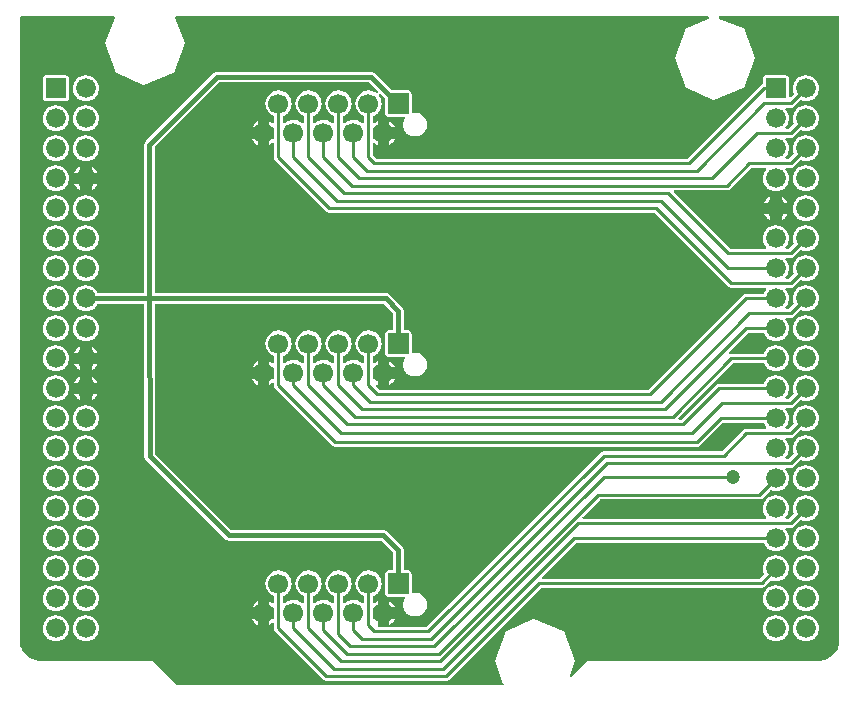
<source format=gtl>
G04 Layer: TopLayer*
G04 EasyEDA v6.5.5, 2022-06-13 17:54:21*
G04 c5cfb43cd74343219a89ec962efd3502,ba36109c29484f4592bc09a740c48d70,10*
G04 Gerber Generator version 0.2*
G04 Scale: 100 percent, Rotated: No, Reflected: No *
G04 Dimensions in millimeters *
G04 leading zeros omitted , absolute positions ,4 integer and 5 decimal *
%FSLAX45Y45*%
%MOMM*%

%ADD10C,0.2540*%
%ADD11C,0.3810*%
%ADD12C,1.2000*%
%ADD13C,1.7000*%
%ADD15C,1.6764*%
%ADD16R,1.6764X1.6764*%

%LPD*%
G36*
X1350416Y-5689600D02*
G01*
X1346504Y-5688838D01*
X1343202Y-5686602D01*
X1143711Y-5487111D01*
X1141984Y-5486400D01*
X179425Y-5486400D01*
X176225Y-5485892D01*
X103885Y-5461762D01*
X99923Y-5459323D01*
X51968Y-5411368D01*
X50038Y-5408726D01*
X26466Y-5361533D01*
X25400Y-5357012D01*
X25400Y-35560D01*
X26162Y-31648D01*
X28397Y-28397D01*
X31648Y-26162D01*
X35560Y-25400D01*
X813053Y-25400D01*
X816914Y-26162D01*
X820166Y-28346D01*
X822401Y-31597D01*
X823214Y-35458D01*
X822452Y-39319D01*
X736955Y-253136D01*
X736955Y-254914D01*
X837844Y-507085D01*
X839114Y-508406D01*
X1065885Y-609193D01*
X1067765Y-609193D01*
X1319885Y-508355D01*
X1321206Y-507034D01*
X1422044Y-254863D01*
X1422044Y-253085D01*
X1336548Y-39319D01*
X1335786Y-35458D01*
X1336598Y-31597D01*
X1338834Y-28346D01*
X1342085Y-26162D01*
X1345946Y-25400D01*
X5844946Y-25400D01*
X5848756Y-26162D01*
X5852058Y-28346D01*
X5854242Y-31546D01*
X5855106Y-35407D01*
X5854395Y-39268D01*
X5852261Y-42570D01*
X5849061Y-44856D01*
X5665063Y-126593D01*
X5663844Y-127914D01*
X5562955Y-380136D01*
X5562955Y-381914D01*
X5663844Y-634085D01*
X5665114Y-635406D01*
X5891885Y-736193D01*
X5893765Y-736193D01*
X6145885Y-635355D01*
X6147206Y-634034D01*
X6248044Y-381863D01*
X6248044Y-380085D01*
X6147155Y-127914D01*
X6145834Y-126593D01*
X5941771Y-45008D01*
X5938469Y-42824D01*
X5936183Y-39522D01*
X5935421Y-35610D01*
X5936132Y-31699D01*
X5938367Y-28397D01*
X5941669Y-26162D01*
X5945581Y-25400D01*
X6949440Y-25400D01*
X6953351Y-26162D01*
X6956602Y-28397D01*
X6958838Y-31648D01*
X6959600Y-35560D01*
X6959600Y-5332679D01*
X6959295Y-5335270D01*
X6944969Y-5390083D01*
X6944106Y-5392267D01*
X6942734Y-5394248D01*
X6907174Y-5434533D01*
X6905091Y-5436362D01*
X6864146Y-5462828D01*
X6861860Y-5463946D01*
X6796074Y-5485892D01*
X6792874Y-5486400D01*
X4827016Y-5486400D01*
X4825288Y-5487111D01*
X4691684Y-5620715D01*
X4688382Y-5622950D01*
X4684522Y-5623712D01*
X4680661Y-5622950D01*
X4677359Y-5620766D01*
X4675124Y-5617514D01*
X4674311Y-5613654D01*
X4675073Y-5609793D01*
X4724044Y-5487263D01*
X4724044Y-5485485D01*
X4623155Y-5233314D01*
X4621834Y-5231993D01*
X4369714Y-5131155D01*
X4367834Y-5131206D01*
X4141063Y-5231993D01*
X4139844Y-5233314D01*
X4038955Y-5485536D01*
X4038955Y-5487314D01*
X4114292Y-5675680D01*
X4115054Y-5679541D01*
X4114241Y-5683402D01*
X4112006Y-5686653D01*
X4108754Y-5688838D01*
X4104894Y-5689600D01*
G37*

%LPC*%
G36*
X2616708Y-5652008D02*
G01*
X3631692Y-5652008D01*
X3639718Y-5651195D01*
X3646932Y-5649010D01*
X3653637Y-5645454D01*
X3659835Y-5640324D01*
X4432604Y-4867605D01*
X4435906Y-4865370D01*
X4439818Y-4864608D01*
X6299708Y-4864608D01*
X6307734Y-4863795D01*
X6314948Y-4861610D01*
X6321602Y-4858105D01*
X6328562Y-4852212D01*
X6373723Y-4804765D01*
X6376822Y-4802530D01*
X6380530Y-4801616D01*
X6384290Y-4802124D01*
X6393281Y-4805121D01*
X6407099Y-4807813D01*
X6421120Y-4808728D01*
X6435140Y-4807813D01*
X6448958Y-4805121D01*
X6462268Y-4800701D01*
X6474968Y-4794605D01*
X6486753Y-4786934D01*
X6497421Y-4777790D01*
X6506870Y-4767376D01*
X6514947Y-4755896D01*
X6521450Y-4743399D01*
X6526276Y-4730191D01*
X6529425Y-4716526D01*
X6530746Y-4702505D01*
X6530340Y-4688484D01*
X6528054Y-4674565D01*
X6524091Y-4661103D01*
X6518402Y-4648250D01*
X6511086Y-4636211D01*
X6502349Y-4625238D01*
X6492240Y-4615484D01*
X6480962Y-4607052D01*
X6468719Y-4600143D01*
X6455714Y-4594860D01*
X6442100Y-4591304D01*
X6428130Y-4589526D01*
X6414109Y-4589526D01*
X6400139Y-4591304D01*
X6386525Y-4594860D01*
X6373520Y-4600143D01*
X6361277Y-4607052D01*
X6350000Y-4615484D01*
X6339890Y-4625238D01*
X6331153Y-4636211D01*
X6323838Y-4648250D01*
X6318148Y-4661103D01*
X6314186Y-4674565D01*
X6311900Y-4688484D01*
X6311493Y-4702505D01*
X6312814Y-4716526D01*
X6315964Y-4730191D01*
X6319926Y-4741062D01*
X6320586Y-4744770D01*
X6319824Y-4748428D01*
X6317742Y-4751578D01*
X6286652Y-4784242D01*
X6283299Y-4786579D01*
X6279286Y-4787392D01*
X4448454Y-4787392D01*
X4444542Y-4786630D01*
X4441240Y-4784394D01*
X4439056Y-4781143D01*
X4438294Y-4777232D01*
X4439056Y-4773320D01*
X4441240Y-4770069D01*
X4724704Y-4486605D01*
X4728006Y-4484370D01*
X4731918Y-4483608D01*
X6311595Y-4483608D01*
X6315252Y-4484268D01*
X6318351Y-4486198D01*
X6320637Y-4489043D01*
X6327292Y-4501896D01*
X6335369Y-4513376D01*
X6344818Y-4523790D01*
X6355486Y-4532934D01*
X6367272Y-4540605D01*
X6379972Y-4546701D01*
X6393281Y-4551121D01*
X6407099Y-4553813D01*
X6421120Y-4554728D01*
X6435140Y-4553813D01*
X6448958Y-4551121D01*
X6462268Y-4546701D01*
X6474968Y-4540605D01*
X6486753Y-4532934D01*
X6497421Y-4523790D01*
X6506870Y-4513376D01*
X6514947Y-4501896D01*
X6521450Y-4489399D01*
X6526276Y-4476191D01*
X6529425Y-4462526D01*
X6530746Y-4448505D01*
X6530340Y-4434484D01*
X6528054Y-4420565D01*
X6524091Y-4407103D01*
X6518402Y-4394250D01*
X6511086Y-4382211D01*
X6503822Y-4373118D01*
X6502044Y-4369765D01*
X6501638Y-4366006D01*
X6502603Y-4362348D01*
X6504838Y-4359300D01*
X6508038Y-4357319D01*
X6511747Y-4356608D01*
X6547612Y-4356608D01*
X6555638Y-4355795D01*
X6562852Y-4353610D01*
X6569557Y-4350054D01*
X6575755Y-4344924D01*
X6625081Y-4295648D01*
X6628130Y-4293565D01*
X6631787Y-4292701D01*
X6635445Y-4293209D01*
X6647281Y-4297121D01*
X6661099Y-4299813D01*
X6675120Y-4300728D01*
X6689140Y-4299813D01*
X6702958Y-4297121D01*
X6716268Y-4292701D01*
X6728968Y-4286605D01*
X6740753Y-4278934D01*
X6751421Y-4269790D01*
X6760870Y-4259376D01*
X6768947Y-4247896D01*
X6775450Y-4235399D01*
X6780275Y-4222191D01*
X6783425Y-4208526D01*
X6784746Y-4194505D01*
X6784340Y-4180484D01*
X6782053Y-4166565D01*
X6778091Y-4153103D01*
X6772402Y-4140250D01*
X6765086Y-4128211D01*
X6756349Y-4117238D01*
X6746240Y-4107484D01*
X6734962Y-4099051D01*
X6722719Y-4092143D01*
X6709714Y-4086860D01*
X6696100Y-4083304D01*
X6682130Y-4081526D01*
X6668109Y-4081526D01*
X6654139Y-4083304D01*
X6640525Y-4086860D01*
X6627520Y-4092143D01*
X6615277Y-4099051D01*
X6604000Y-4107484D01*
X6593890Y-4117238D01*
X6585153Y-4128211D01*
X6577838Y-4140250D01*
X6572148Y-4153103D01*
X6568186Y-4166565D01*
X6565900Y-4180484D01*
X6565493Y-4194505D01*
X6566814Y-4208526D01*
X6569964Y-4222191D01*
X6572910Y-4230268D01*
X6573520Y-4234027D01*
X6572707Y-4237786D01*
X6570573Y-4240936D01*
X6535115Y-4276394D01*
X6531813Y-4278630D01*
X6527901Y-4279392D01*
X6511696Y-4279392D01*
X6507886Y-4278630D01*
X6504635Y-4276547D01*
X6502400Y-4273346D01*
X6501536Y-4269536D01*
X6502146Y-4265726D01*
X6504178Y-4262424D01*
X6506870Y-4259376D01*
X6514947Y-4247896D01*
X6521450Y-4235399D01*
X6526276Y-4222191D01*
X6529425Y-4208526D01*
X6530746Y-4194505D01*
X6530340Y-4180484D01*
X6528054Y-4166565D01*
X6524091Y-4153103D01*
X6518402Y-4140250D01*
X6511086Y-4128211D01*
X6502349Y-4117238D01*
X6492240Y-4107484D01*
X6480962Y-4099051D01*
X6468719Y-4092143D01*
X6455714Y-4086860D01*
X6442100Y-4083304D01*
X6428130Y-4081526D01*
X6414109Y-4081526D01*
X6400139Y-4083304D01*
X6386525Y-4086860D01*
X6373520Y-4092143D01*
X6361277Y-4099051D01*
X6350000Y-4107484D01*
X6339890Y-4117238D01*
X6331153Y-4128211D01*
X6323838Y-4140250D01*
X6318148Y-4153103D01*
X6314186Y-4166565D01*
X6311900Y-4180484D01*
X6311493Y-4194505D01*
X6312814Y-4208526D01*
X6315964Y-4222191D01*
X6320790Y-4235399D01*
X6327292Y-4247896D01*
X6335369Y-4259376D01*
X6338062Y-4262424D01*
X6340094Y-4265726D01*
X6340703Y-4269536D01*
X6339840Y-4273346D01*
X6337604Y-4276547D01*
X6334353Y-4278630D01*
X6330543Y-4279392D01*
X4791303Y-4279392D01*
X4787442Y-4278630D01*
X4784140Y-4276394D01*
X4781956Y-4273143D01*
X4781143Y-4269232D01*
X4781956Y-4265320D01*
X4784140Y-4262069D01*
X4927904Y-4118254D01*
X4931206Y-4116070D01*
X4935067Y-4115308D01*
X6280912Y-4115308D01*
X6288938Y-4114495D01*
X6296202Y-4112310D01*
X6302857Y-4108754D01*
X6309106Y-4103624D01*
X6371082Y-4041648D01*
X6374130Y-4039565D01*
X6377787Y-4038701D01*
X6381445Y-4039209D01*
X6393281Y-4043121D01*
X6407099Y-4045813D01*
X6421120Y-4046728D01*
X6435140Y-4045813D01*
X6448958Y-4043121D01*
X6462268Y-4038701D01*
X6474968Y-4032605D01*
X6486753Y-4024934D01*
X6497421Y-4015790D01*
X6506870Y-4005376D01*
X6514947Y-3993896D01*
X6521450Y-3981399D01*
X6526276Y-3968191D01*
X6529425Y-3954526D01*
X6530746Y-3940505D01*
X6530340Y-3926484D01*
X6528054Y-3912565D01*
X6524091Y-3899103D01*
X6518402Y-3886250D01*
X6511086Y-3874211D01*
X6503822Y-3865118D01*
X6502044Y-3861765D01*
X6501638Y-3858006D01*
X6502603Y-3854348D01*
X6504838Y-3851300D01*
X6508038Y-3849319D01*
X6511747Y-3848608D01*
X6547612Y-3848608D01*
X6555638Y-3847795D01*
X6562852Y-3845610D01*
X6569557Y-3842054D01*
X6575755Y-3836924D01*
X6625081Y-3787648D01*
X6628130Y-3785565D01*
X6631787Y-3784701D01*
X6635445Y-3785209D01*
X6647281Y-3789121D01*
X6661099Y-3791813D01*
X6675120Y-3792728D01*
X6689140Y-3791813D01*
X6702958Y-3789121D01*
X6716268Y-3784701D01*
X6728968Y-3778605D01*
X6740753Y-3770934D01*
X6751421Y-3761790D01*
X6760870Y-3751376D01*
X6768947Y-3739896D01*
X6775450Y-3727399D01*
X6780275Y-3714191D01*
X6783425Y-3700526D01*
X6784746Y-3686505D01*
X6784340Y-3672484D01*
X6782053Y-3658565D01*
X6778091Y-3645103D01*
X6772402Y-3632250D01*
X6765086Y-3620211D01*
X6756349Y-3609238D01*
X6746240Y-3599484D01*
X6734962Y-3591051D01*
X6722719Y-3584143D01*
X6709714Y-3578860D01*
X6696100Y-3575304D01*
X6682130Y-3573526D01*
X6668109Y-3573526D01*
X6654139Y-3575304D01*
X6640525Y-3578860D01*
X6627520Y-3584143D01*
X6615277Y-3591051D01*
X6604000Y-3599484D01*
X6593890Y-3609238D01*
X6585153Y-3620211D01*
X6577838Y-3632250D01*
X6572148Y-3645103D01*
X6568186Y-3658565D01*
X6565900Y-3672484D01*
X6565493Y-3686505D01*
X6566814Y-3700526D01*
X6569964Y-3714191D01*
X6572910Y-3722268D01*
X6573520Y-3726027D01*
X6572707Y-3729786D01*
X6570573Y-3732936D01*
X6535115Y-3768394D01*
X6531813Y-3770629D01*
X6527901Y-3771392D01*
X6511696Y-3771392D01*
X6507886Y-3770629D01*
X6504635Y-3768547D01*
X6502400Y-3765346D01*
X6501536Y-3761536D01*
X6502146Y-3757726D01*
X6504178Y-3754424D01*
X6506870Y-3751376D01*
X6514947Y-3739896D01*
X6521450Y-3727399D01*
X6526276Y-3714191D01*
X6529425Y-3700526D01*
X6530746Y-3686505D01*
X6530340Y-3672484D01*
X6528054Y-3658565D01*
X6524091Y-3645103D01*
X6518402Y-3632250D01*
X6511086Y-3620211D01*
X6503822Y-3611118D01*
X6502044Y-3607765D01*
X6501638Y-3604006D01*
X6502603Y-3600348D01*
X6504838Y-3597300D01*
X6508038Y-3595319D01*
X6511747Y-3594608D01*
X6547612Y-3594608D01*
X6555638Y-3593795D01*
X6562852Y-3591610D01*
X6569557Y-3588054D01*
X6575755Y-3582924D01*
X6625081Y-3533648D01*
X6628130Y-3531565D01*
X6631787Y-3530701D01*
X6635445Y-3531209D01*
X6647281Y-3535121D01*
X6661099Y-3537813D01*
X6675120Y-3538728D01*
X6689140Y-3537813D01*
X6702958Y-3535121D01*
X6716268Y-3530701D01*
X6728968Y-3524605D01*
X6740753Y-3516934D01*
X6751421Y-3507790D01*
X6760870Y-3497376D01*
X6768947Y-3485896D01*
X6775450Y-3473399D01*
X6780275Y-3460191D01*
X6783425Y-3446526D01*
X6784746Y-3432505D01*
X6784340Y-3418484D01*
X6782053Y-3404565D01*
X6778091Y-3391103D01*
X6772402Y-3378250D01*
X6765086Y-3366211D01*
X6756349Y-3355238D01*
X6746240Y-3345484D01*
X6734962Y-3337051D01*
X6722719Y-3330143D01*
X6709714Y-3324860D01*
X6696100Y-3321304D01*
X6682130Y-3319526D01*
X6668109Y-3319526D01*
X6654139Y-3321304D01*
X6640525Y-3324860D01*
X6627520Y-3330143D01*
X6615277Y-3337051D01*
X6604000Y-3345484D01*
X6593890Y-3355238D01*
X6585153Y-3366211D01*
X6577838Y-3378250D01*
X6572148Y-3391103D01*
X6568186Y-3404565D01*
X6565900Y-3418484D01*
X6565493Y-3432505D01*
X6566814Y-3446526D01*
X6569964Y-3460191D01*
X6572910Y-3468268D01*
X6573520Y-3472027D01*
X6572707Y-3475786D01*
X6570573Y-3478936D01*
X6535115Y-3514394D01*
X6531813Y-3516629D01*
X6527901Y-3517392D01*
X6511696Y-3517392D01*
X6507886Y-3516629D01*
X6504635Y-3514547D01*
X6502400Y-3511346D01*
X6501536Y-3507536D01*
X6502146Y-3503726D01*
X6504178Y-3500424D01*
X6506870Y-3497376D01*
X6514947Y-3485896D01*
X6521450Y-3473399D01*
X6526276Y-3460191D01*
X6529425Y-3446526D01*
X6530746Y-3432505D01*
X6530340Y-3418484D01*
X6528054Y-3404565D01*
X6524091Y-3391103D01*
X6518402Y-3378250D01*
X6511086Y-3366211D01*
X6503822Y-3357118D01*
X6502044Y-3353765D01*
X6501638Y-3350006D01*
X6502603Y-3346348D01*
X6504838Y-3343300D01*
X6508038Y-3341319D01*
X6511747Y-3340608D01*
X6547612Y-3340608D01*
X6555638Y-3339795D01*
X6562852Y-3337610D01*
X6569557Y-3334054D01*
X6575755Y-3328924D01*
X6625081Y-3279648D01*
X6628130Y-3277565D01*
X6631787Y-3276701D01*
X6635445Y-3277209D01*
X6647281Y-3281121D01*
X6661099Y-3283813D01*
X6675120Y-3284728D01*
X6689140Y-3283813D01*
X6702958Y-3281121D01*
X6716268Y-3276701D01*
X6728968Y-3270605D01*
X6740753Y-3262934D01*
X6751421Y-3253790D01*
X6760870Y-3243376D01*
X6768947Y-3231896D01*
X6775450Y-3219399D01*
X6780275Y-3206191D01*
X6783425Y-3192526D01*
X6784746Y-3178505D01*
X6784340Y-3164484D01*
X6782053Y-3150565D01*
X6778091Y-3137103D01*
X6772402Y-3124250D01*
X6765086Y-3112211D01*
X6756349Y-3101238D01*
X6746240Y-3091484D01*
X6734962Y-3083052D01*
X6722719Y-3076143D01*
X6709714Y-3070860D01*
X6696100Y-3067304D01*
X6682130Y-3065526D01*
X6668109Y-3065526D01*
X6654139Y-3067304D01*
X6640525Y-3070860D01*
X6627520Y-3076143D01*
X6615277Y-3083052D01*
X6604000Y-3091484D01*
X6593890Y-3101238D01*
X6585153Y-3112211D01*
X6577838Y-3124250D01*
X6572148Y-3137103D01*
X6568186Y-3150565D01*
X6565900Y-3164484D01*
X6565493Y-3178505D01*
X6566814Y-3192526D01*
X6569964Y-3206191D01*
X6572910Y-3214268D01*
X6573520Y-3218027D01*
X6572707Y-3221786D01*
X6570573Y-3224936D01*
X6535115Y-3260394D01*
X6531813Y-3262629D01*
X6527901Y-3263392D01*
X6511696Y-3263392D01*
X6507886Y-3262629D01*
X6504635Y-3260547D01*
X6502400Y-3257346D01*
X6501536Y-3253536D01*
X6502146Y-3249726D01*
X6504178Y-3246424D01*
X6506870Y-3243376D01*
X6514947Y-3231896D01*
X6521450Y-3219399D01*
X6526276Y-3206191D01*
X6529425Y-3192526D01*
X6530746Y-3178505D01*
X6530340Y-3164484D01*
X6528054Y-3150565D01*
X6524091Y-3137103D01*
X6518402Y-3124250D01*
X6511086Y-3112211D01*
X6502349Y-3101238D01*
X6492240Y-3091484D01*
X6480962Y-3083052D01*
X6468719Y-3076143D01*
X6455714Y-3070860D01*
X6442100Y-3067304D01*
X6428130Y-3065526D01*
X6414109Y-3065526D01*
X6400139Y-3067304D01*
X6386525Y-3070860D01*
X6373520Y-3076143D01*
X6361277Y-3083052D01*
X6350000Y-3091484D01*
X6339890Y-3101238D01*
X6331153Y-3112211D01*
X6323838Y-3124250D01*
X6321145Y-3130346D01*
X6318961Y-3133547D01*
X6315659Y-3135630D01*
X6311849Y-3136392D01*
X5944108Y-3136392D01*
X5936081Y-3137204D01*
X5928868Y-3139389D01*
X5922162Y-3142945D01*
X5915964Y-3148076D01*
X5625795Y-3438194D01*
X5622493Y-3440429D01*
X5618581Y-3441192D01*
X5604154Y-3441192D01*
X5600242Y-3440429D01*
X5596940Y-3438194D01*
X5594756Y-3434943D01*
X5593994Y-3431032D01*
X5594756Y-3427120D01*
X5596940Y-3423869D01*
X6058204Y-2962605D01*
X6061506Y-2960370D01*
X6065418Y-2959608D01*
X6311595Y-2959608D01*
X6315252Y-2960268D01*
X6318351Y-2962198D01*
X6320637Y-2965043D01*
X6327292Y-2977896D01*
X6335369Y-2989376D01*
X6344818Y-2999790D01*
X6355486Y-3008934D01*
X6367272Y-3016605D01*
X6379972Y-3022701D01*
X6393281Y-3027121D01*
X6407099Y-3029813D01*
X6421120Y-3030728D01*
X6435140Y-3029813D01*
X6448958Y-3027121D01*
X6462268Y-3022701D01*
X6474968Y-3016605D01*
X6486753Y-3008934D01*
X6497421Y-2999790D01*
X6506870Y-2989376D01*
X6514947Y-2977896D01*
X6521450Y-2965399D01*
X6526276Y-2952191D01*
X6529425Y-2938526D01*
X6530746Y-2924505D01*
X6530340Y-2910484D01*
X6528054Y-2896565D01*
X6524091Y-2883103D01*
X6518402Y-2870250D01*
X6511086Y-2858211D01*
X6502349Y-2847238D01*
X6492240Y-2837484D01*
X6480962Y-2829052D01*
X6468719Y-2822143D01*
X6455714Y-2816860D01*
X6442100Y-2813304D01*
X6428130Y-2811526D01*
X6414109Y-2811526D01*
X6400139Y-2813304D01*
X6386525Y-2816860D01*
X6373520Y-2822143D01*
X6361277Y-2829052D01*
X6350000Y-2837484D01*
X6339890Y-2847238D01*
X6331153Y-2858211D01*
X6323838Y-2870250D01*
X6321145Y-2876346D01*
X6318961Y-2879547D01*
X6315659Y-2881630D01*
X6311849Y-2882392D01*
X6045708Y-2882392D01*
X6033211Y-2883509D01*
X6029045Y-2881934D01*
X6025997Y-2878683D01*
X6024575Y-2874467D01*
X6025134Y-2870047D01*
X6027521Y-2866288D01*
X6185204Y-2708605D01*
X6188506Y-2706370D01*
X6192418Y-2705608D01*
X6311595Y-2705608D01*
X6315252Y-2706268D01*
X6318351Y-2708198D01*
X6320637Y-2711043D01*
X6327292Y-2723896D01*
X6335369Y-2735376D01*
X6344818Y-2745790D01*
X6355486Y-2754934D01*
X6367272Y-2762605D01*
X6379972Y-2768701D01*
X6393281Y-2773121D01*
X6407099Y-2775813D01*
X6421120Y-2776728D01*
X6435140Y-2775813D01*
X6448958Y-2773121D01*
X6462268Y-2768701D01*
X6474968Y-2762605D01*
X6486753Y-2754934D01*
X6497421Y-2745790D01*
X6506870Y-2735376D01*
X6514947Y-2723896D01*
X6521450Y-2711399D01*
X6526276Y-2698191D01*
X6529425Y-2684526D01*
X6530746Y-2670505D01*
X6530340Y-2656484D01*
X6528054Y-2642565D01*
X6524091Y-2629103D01*
X6518402Y-2616250D01*
X6511086Y-2604211D01*
X6503822Y-2595118D01*
X6502044Y-2591765D01*
X6501638Y-2588006D01*
X6502603Y-2584348D01*
X6504838Y-2581300D01*
X6508038Y-2579319D01*
X6511747Y-2578608D01*
X6547612Y-2578608D01*
X6555638Y-2577795D01*
X6562852Y-2575610D01*
X6569557Y-2572054D01*
X6575755Y-2566924D01*
X6625081Y-2517648D01*
X6628130Y-2515565D01*
X6631787Y-2514701D01*
X6635445Y-2515209D01*
X6647281Y-2519121D01*
X6661099Y-2521813D01*
X6675120Y-2522728D01*
X6689140Y-2521813D01*
X6702958Y-2519121D01*
X6716268Y-2514701D01*
X6728968Y-2508605D01*
X6740753Y-2500934D01*
X6751421Y-2491790D01*
X6760870Y-2481376D01*
X6768947Y-2469896D01*
X6775450Y-2457399D01*
X6780275Y-2444191D01*
X6783425Y-2430526D01*
X6784746Y-2416505D01*
X6784340Y-2402484D01*
X6782053Y-2388565D01*
X6778091Y-2375103D01*
X6772402Y-2362250D01*
X6765086Y-2350211D01*
X6756349Y-2339238D01*
X6746240Y-2329484D01*
X6734962Y-2321052D01*
X6722719Y-2314143D01*
X6709714Y-2308860D01*
X6696100Y-2305304D01*
X6682130Y-2303526D01*
X6668109Y-2303526D01*
X6654139Y-2305304D01*
X6640525Y-2308860D01*
X6627520Y-2314143D01*
X6615277Y-2321052D01*
X6604000Y-2329484D01*
X6593890Y-2339238D01*
X6585153Y-2350211D01*
X6577838Y-2362250D01*
X6572148Y-2375103D01*
X6568186Y-2388565D01*
X6565900Y-2402484D01*
X6565493Y-2416505D01*
X6566814Y-2430526D01*
X6569964Y-2444191D01*
X6572910Y-2452268D01*
X6573520Y-2456027D01*
X6572707Y-2459786D01*
X6570573Y-2462936D01*
X6535115Y-2498394D01*
X6531813Y-2500630D01*
X6527901Y-2501392D01*
X6511696Y-2501392D01*
X6507886Y-2500630D01*
X6504635Y-2498547D01*
X6502400Y-2495346D01*
X6501536Y-2491536D01*
X6502146Y-2487726D01*
X6504178Y-2484424D01*
X6506870Y-2481376D01*
X6514947Y-2469896D01*
X6521450Y-2457399D01*
X6526276Y-2444191D01*
X6529425Y-2430526D01*
X6530746Y-2416505D01*
X6530340Y-2402484D01*
X6528054Y-2388565D01*
X6524091Y-2375103D01*
X6518402Y-2362250D01*
X6511086Y-2350211D01*
X6503822Y-2341118D01*
X6502044Y-2337765D01*
X6501638Y-2334006D01*
X6502603Y-2330348D01*
X6504838Y-2327300D01*
X6508038Y-2325319D01*
X6511747Y-2324608D01*
X6547612Y-2324608D01*
X6555638Y-2323795D01*
X6562852Y-2321610D01*
X6569557Y-2318054D01*
X6575755Y-2312924D01*
X6625081Y-2263648D01*
X6628130Y-2261565D01*
X6631787Y-2260701D01*
X6635445Y-2261209D01*
X6647281Y-2265121D01*
X6661099Y-2267813D01*
X6675120Y-2268728D01*
X6689140Y-2267813D01*
X6702958Y-2265121D01*
X6716268Y-2260701D01*
X6728968Y-2254605D01*
X6740753Y-2246934D01*
X6751421Y-2237790D01*
X6760870Y-2227376D01*
X6768947Y-2215896D01*
X6775450Y-2203399D01*
X6780275Y-2190191D01*
X6783425Y-2176526D01*
X6784746Y-2162505D01*
X6784340Y-2148484D01*
X6782053Y-2134565D01*
X6778091Y-2121103D01*
X6772402Y-2108250D01*
X6765086Y-2096211D01*
X6756349Y-2085238D01*
X6746240Y-2075484D01*
X6734962Y-2067052D01*
X6722719Y-2060143D01*
X6709714Y-2054860D01*
X6696100Y-2051304D01*
X6682130Y-2049525D01*
X6668109Y-2049525D01*
X6654139Y-2051304D01*
X6640525Y-2054860D01*
X6627520Y-2060143D01*
X6615277Y-2067052D01*
X6604000Y-2075484D01*
X6593890Y-2085238D01*
X6585153Y-2096211D01*
X6577838Y-2108250D01*
X6572148Y-2121103D01*
X6568186Y-2134565D01*
X6565900Y-2148484D01*
X6565493Y-2162505D01*
X6566814Y-2176526D01*
X6569964Y-2190191D01*
X6572910Y-2198268D01*
X6573520Y-2202027D01*
X6572707Y-2205786D01*
X6570573Y-2208936D01*
X6535115Y-2244394D01*
X6531813Y-2246630D01*
X6527901Y-2247392D01*
X6511696Y-2247392D01*
X6507886Y-2246630D01*
X6504635Y-2244547D01*
X6502400Y-2241346D01*
X6501536Y-2237536D01*
X6502146Y-2233726D01*
X6504178Y-2230424D01*
X6506870Y-2227376D01*
X6514947Y-2215896D01*
X6521450Y-2203399D01*
X6526276Y-2190191D01*
X6529425Y-2176526D01*
X6530746Y-2162505D01*
X6530340Y-2148484D01*
X6528054Y-2134565D01*
X6524091Y-2121103D01*
X6518402Y-2108250D01*
X6511086Y-2096211D01*
X6503822Y-2087118D01*
X6502044Y-2083765D01*
X6501638Y-2080006D01*
X6502603Y-2076348D01*
X6504838Y-2073300D01*
X6508038Y-2071319D01*
X6511747Y-2070607D01*
X6547612Y-2070607D01*
X6555638Y-2069795D01*
X6562852Y-2067610D01*
X6569557Y-2064054D01*
X6575755Y-2058924D01*
X6625081Y-2009648D01*
X6628130Y-2007565D01*
X6631787Y-2006701D01*
X6635445Y-2007209D01*
X6647281Y-2011121D01*
X6661099Y-2013813D01*
X6675120Y-2014728D01*
X6689140Y-2013813D01*
X6702958Y-2011121D01*
X6716268Y-2006701D01*
X6728968Y-2000605D01*
X6740753Y-1992934D01*
X6751421Y-1983790D01*
X6760870Y-1973376D01*
X6768947Y-1961896D01*
X6775450Y-1949399D01*
X6780275Y-1936191D01*
X6783425Y-1922525D01*
X6784746Y-1908505D01*
X6784340Y-1894484D01*
X6782053Y-1880565D01*
X6778091Y-1867103D01*
X6772402Y-1854250D01*
X6765086Y-1842211D01*
X6756349Y-1831238D01*
X6746240Y-1821484D01*
X6734962Y-1813052D01*
X6722719Y-1806143D01*
X6709714Y-1800860D01*
X6696100Y-1797304D01*
X6682130Y-1795525D01*
X6668109Y-1795525D01*
X6654139Y-1797304D01*
X6640525Y-1800860D01*
X6627520Y-1806143D01*
X6615277Y-1813052D01*
X6604000Y-1821484D01*
X6593890Y-1831238D01*
X6585153Y-1842211D01*
X6577838Y-1854250D01*
X6572148Y-1867103D01*
X6568186Y-1880565D01*
X6565900Y-1894484D01*
X6565493Y-1908505D01*
X6566814Y-1922525D01*
X6569964Y-1936191D01*
X6572910Y-1944268D01*
X6573520Y-1948027D01*
X6572707Y-1951786D01*
X6570573Y-1954936D01*
X6535115Y-1990394D01*
X6531813Y-1992630D01*
X6527901Y-1993392D01*
X6511696Y-1993392D01*
X6507886Y-1992630D01*
X6504635Y-1990547D01*
X6502400Y-1987346D01*
X6501536Y-1983536D01*
X6502146Y-1979726D01*
X6504178Y-1976424D01*
X6506870Y-1973376D01*
X6514947Y-1961896D01*
X6521450Y-1949399D01*
X6526276Y-1936191D01*
X6529425Y-1922525D01*
X6530746Y-1908505D01*
X6530340Y-1894484D01*
X6528054Y-1880565D01*
X6524091Y-1867103D01*
X6518402Y-1854250D01*
X6511086Y-1842211D01*
X6502349Y-1831238D01*
X6492240Y-1821484D01*
X6480962Y-1813052D01*
X6468719Y-1806143D01*
X6455714Y-1800860D01*
X6442100Y-1797304D01*
X6428130Y-1795525D01*
X6414109Y-1795525D01*
X6400139Y-1797304D01*
X6386525Y-1800860D01*
X6373520Y-1806143D01*
X6361277Y-1813052D01*
X6350000Y-1821484D01*
X6339890Y-1831238D01*
X6331153Y-1842211D01*
X6323838Y-1854250D01*
X6318148Y-1867103D01*
X6314186Y-1880565D01*
X6311900Y-1894484D01*
X6311493Y-1908505D01*
X6312814Y-1922525D01*
X6315964Y-1936191D01*
X6320790Y-1949399D01*
X6327292Y-1961896D01*
X6335369Y-1973376D01*
X6338062Y-1976424D01*
X6340094Y-1979726D01*
X6340703Y-1983536D01*
X6339840Y-1987346D01*
X6337604Y-1990547D01*
X6334353Y-1992630D01*
X6330543Y-1993392D01*
X6040018Y-1993392D01*
X6036106Y-1992630D01*
X6032804Y-1990394D01*
X5558840Y-1516430D01*
X5556656Y-1513179D01*
X5555894Y-1509268D01*
X5556656Y-1505356D01*
X5558840Y-1502105D01*
X5562142Y-1499870D01*
X5566054Y-1499108D01*
X6006592Y-1499108D01*
X6014618Y-1498295D01*
X6021832Y-1496110D01*
X6028537Y-1492554D01*
X6034735Y-1487424D01*
X6210604Y-1311605D01*
X6213906Y-1309370D01*
X6217818Y-1308608D01*
X6330492Y-1308608D01*
X6334201Y-1309319D01*
X6337401Y-1311300D01*
X6339636Y-1314348D01*
X6340602Y-1318006D01*
X6340195Y-1321765D01*
X6338417Y-1325118D01*
X6331153Y-1334211D01*
X6323838Y-1346250D01*
X6318148Y-1359103D01*
X6314186Y-1372565D01*
X6311900Y-1386484D01*
X6311493Y-1400505D01*
X6312814Y-1414526D01*
X6315964Y-1428191D01*
X6320790Y-1441399D01*
X6327292Y-1453896D01*
X6335369Y-1465376D01*
X6344818Y-1475790D01*
X6355486Y-1484934D01*
X6367272Y-1492605D01*
X6379972Y-1498701D01*
X6393281Y-1503121D01*
X6407099Y-1505813D01*
X6421120Y-1506728D01*
X6435140Y-1505813D01*
X6448958Y-1503121D01*
X6462268Y-1498701D01*
X6474968Y-1492605D01*
X6486753Y-1484934D01*
X6497421Y-1475790D01*
X6506870Y-1465376D01*
X6514947Y-1453896D01*
X6521450Y-1441399D01*
X6526276Y-1428191D01*
X6529425Y-1414526D01*
X6530746Y-1400505D01*
X6530340Y-1386484D01*
X6528054Y-1372565D01*
X6524091Y-1359103D01*
X6518402Y-1346250D01*
X6511086Y-1334211D01*
X6503822Y-1325118D01*
X6502044Y-1321765D01*
X6501638Y-1318006D01*
X6502603Y-1314348D01*
X6504838Y-1311300D01*
X6508038Y-1309319D01*
X6511747Y-1308608D01*
X6547612Y-1308608D01*
X6555638Y-1307795D01*
X6562852Y-1305610D01*
X6569557Y-1302054D01*
X6575755Y-1296924D01*
X6625081Y-1247648D01*
X6628130Y-1245565D01*
X6631787Y-1244701D01*
X6635445Y-1245209D01*
X6647281Y-1249121D01*
X6661099Y-1251813D01*
X6675120Y-1252728D01*
X6689140Y-1251813D01*
X6702958Y-1249121D01*
X6716268Y-1244701D01*
X6728968Y-1238605D01*
X6740753Y-1230934D01*
X6751421Y-1221790D01*
X6760870Y-1211376D01*
X6768947Y-1199896D01*
X6775450Y-1187399D01*
X6780275Y-1174191D01*
X6783425Y-1160526D01*
X6784746Y-1146505D01*
X6784340Y-1132484D01*
X6782053Y-1118565D01*
X6778091Y-1105103D01*
X6772402Y-1092250D01*
X6765086Y-1080211D01*
X6756349Y-1069238D01*
X6746240Y-1059484D01*
X6734962Y-1051052D01*
X6722719Y-1044143D01*
X6709714Y-1038860D01*
X6696100Y-1035303D01*
X6682130Y-1033526D01*
X6668109Y-1033526D01*
X6654139Y-1035303D01*
X6640525Y-1038860D01*
X6627520Y-1044143D01*
X6615277Y-1051052D01*
X6604000Y-1059484D01*
X6593890Y-1069238D01*
X6585153Y-1080211D01*
X6577838Y-1092250D01*
X6572148Y-1105103D01*
X6568186Y-1118565D01*
X6565900Y-1132484D01*
X6565493Y-1146505D01*
X6566814Y-1160526D01*
X6569964Y-1174191D01*
X6572910Y-1182268D01*
X6573520Y-1186027D01*
X6572707Y-1189786D01*
X6570573Y-1192936D01*
X6535115Y-1228394D01*
X6531813Y-1230630D01*
X6527901Y-1231392D01*
X6511696Y-1231392D01*
X6507886Y-1230630D01*
X6504635Y-1228547D01*
X6502400Y-1225346D01*
X6501536Y-1221536D01*
X6502146Y-1217726D01*
X6504178Y-1214424D01*
X6506870Y-1211376D01*
X6514947Y-1199896D01*
X6521450Y-1187399D01*
X6526276Y-1174191D01*
X6529425Y-1160526D01*
X6530746Y-1146505D01*
X6530340Y-1132484D01*
X6528054Y-1118565D01*
X6524091Y-1105103D01*
X6518402Y-1092250D01*
X6511086Y-1080211D01*
X6503822Y-1071118D01*
X6502044Y-1067765D01*
X6501638Y-1064006D01*
X6502603Y-1060348D01*
X6504838Y-1057300D01*
X6508038Y-1055319D01*
X6511747Y-1054608D01*
X6547612Y-1054608D01*
X6555638Y-1053795D01*
X6562852Y-1051610D01*
X6569557Y-1048054D01*
X6575755Y-1042924D01*
X6625081Y-993648D01*
X6628130Y-991565D01*
X6631787Y-990701D01*
X6635445Y-991209D01*
X6647281Y-995121D01*
X6661099Y-997813D01*
X6675120Y-998728D01*
X6689140Y-997813D01*
X6702958Y-995121D01*
X6716268Y-990701D01*
X6728968Y-984605D01*
X6740753Y-976934D01*
X6751421Y-967790D01*
X6760870Y-957376D01*
X6768947Y-945896D01*
X6775450Y-933399D01*
X6780275Y-920191D01*
X6783425Y-906526D01*
X6784746Y-892505D01*
X6784340Y-878484D01*
X6782053Y-864565D01*
X6778091Y-851103D01*
X6772402Y-838250D01*
X6765086Y-826211D01*
X6756349Y-815238D01*
X6746240Y-805484D01*
X6734962Y-797052D01*
X6722719Y-790143D01*
X6709714Y-784860D01*
X6696100Y-781304D01*
X6682130Y-779526D01*
X6668109Y-779526D01*
X6654139Y-781304D01*
X6640525Y-784860D01*
X6627520Y-790143D01*
X6615277Y-797052D01*
X6604000Y-805484D01*
X6593890Y-815238D01*
X6585153Y-826211D01*
X6577838Y-838250D01*
X6572148Y-851103D01*
X6568186Y-864565D01*
X6565900Y-878484D01*
X6565493Y-892505D01*
X6566814Y-906526D01*
X6569964Y-920191D01*
X6572910Y-928268D01*
X6573520Y-932027D01*
X6572707Y-935786D01*
X6570573Y-938936D01*
X6535115Y-974394D01*
X6531813Y-976630D01*
X6527901Y-977392D01*
X6511696Y-977392D01*
X6507886Y-976630D01*
X6504635Y-974547D01*
X6502400Y-971346D01*
X6501536Y-967536D01*
X6502146Y-963726D01*
X6504178Y-960424D01*
X6506870Y-957376D01*
X6514947Y-945896D01*
X6521450Y-933399D01*
X6526276Y-920191D01*
X6529425Y-906526D01*
X6530746Y-892505D01*
X6530340Y-878484D01*
X6528054Y-864565D01*
X6524091Y-851103D01*
X6518402Y-838250D01*
X6511086Y-826211D01*
X6503822Y-817118D01*
X6502044Y-813765D01*
X6501638Y-810006D01*
X6502603Y-806348D01*
X6504838Y-803300D01*
X6508038Y-801319D01*
X6511747Y-800608D01*
X6547612Y-800608D01*
X6555638Y-799795D01*
X6562852Y-797610D01*
X6569557Y-794054D01*
X6575755Y-788924D01*
X6625081Y-739648D01*
X6628130Y-737565D01*
X6631787Y-736701D01*
X6635445Y-737209D01*
X6647281Y-741121D01*
X6661099Y-743813D01*
X6675120Y-744728D01*
X6689140Y-743813D01*
X6702958Y-741121D01*
X6716268Y-736701D01*
X6728968Y-730605D01*
X6740753Y-722934D01*
X6751421Y-713790D01*
X6760870Y-703376D01*
X6768947Y-691896D01*
X6775450Y-679399D01*
X6780275Y-666191D01*
X6783425Y-652526D01*
X6784746Y-638505D01*
X6784340Y-624484D01*
X6782053Y-610565D01*
X6778091Y-597103D01*
X6772402Y-584250D01*
X6765086Y-572211D01*
X6756349Y-561238D01*
X6746240Y-551484D01*
X6734962Y-543052D01*
X6722719Y-536143D01*
X6709714Y-530860D01*
X6696100Y-527304D01*
X6682130Y-525526D01*
X6668109Y-525526D01*
X6654139Y-527304D01*
X6640525Y-530860D01*
X6627520Y-536143D01*
X6615277Y-543052D01*
X6604000Y-551484D01*
X6593890Y-561238D01*
X6585153Y-572211D01*
X6577838Y-584250D01*
X6572148Y-597103D01*
X6568186Y-610565D01*
X6565900Y-624484D01*
X6565493Y-638505D01*
X6566814Y-652526D01*
X6569964Y-666191D01*
X6572910Y-674268D01*
X6573520Y-678027D01*
X6572707Y-681786D01*
X6570573Y-684936D01*
X6548170Y-707339D01*
X6544919Y-709523D01*
X6541007Y-710285D01*
X6537096Y-709523D01*
X6533845Y-707339D01*
X6531609Y-704037D01*
X6530848Y-700125D01*
X6530848Y-551738D01*
X6530136Y-545439D01*
X6528206Y-539953D01*
X6525158Y-535076D01*
X6521043Y-530961D01*
X6516166Y-527913D01*
X6510680Y-525983D01*
X6504381Y-525272D01*
X6337858Y-525272D01*
X6331559Y-525983D01*
X6326073Y-527913D01*
X6321196Y-530961D01*
X6317081Y-535076D01*
X6314033Y-539953D01*
X6312103Y-545439D01*
X6311392Y-551738D01*
X6311392Y-592480D01*
X6310731Y-596036D01*
X6308852Y-599135D01*
X6306007Y-601421D01*
X6303162Y-602945D01*
X6296964Y-608076D01*
X5676595Y-1228394D01*
X5673293Y-1230630D01*
X5669381Y-1231392D01*
X3042818Y-1231392D01*
X3038906Y-1230630D01*
X3035604Y-1228394D01*
X3013151Y-1205941D01*
X3010916Y-1202639D01*
X3010154Y-1198727D01*
X3010154Y-1105916D01*
X3010865Y-1102207D01*
X3012846Y-1099007D01*
X3015894Y-1096772D01*
X3019552Y-1095756D01*
X3023311Y-1096213D01*
X3026664Y-1097991D01*
X3035350Y-1104900D01*
X3047492Y-1112266D01*
X3049930Y-1113383D01*
X3049930Y-1062837D01*
X3020314Y-1062837D01*
X3016402Y-1062024D01*
X3013151Y-1059840D01*
X3010916Y-1056538D01*
X3010154Y-1052677D01*
X3010154Y-975258D01*
X3010916Y-971397D01*
X3013151Y-968095D01*
X3016402Y-965911D01*
X3020314Y-965098D01*
X3049930Y-965098D01*
X3049930Y-914552D01*
X3047492Y-915669D01*
X3035350Y-923036D01*
X3026664Y-929944D01*
X3023311Y-931722D01*
X3019552Y-932180D01*
X3015894Y-931164D01*
X3012846Y-928928D01*
X3010865Y-925728D01*
X3010154Y-922019D01*
X3010154Y-874928D01*
X3010814Y-871270D01*
X3012744Y-868171D01*
X3015640Y-865886D01*
X3029305Y-858824D01*
X3040938Y-850747D01*
X3051454Y-841197D01*
X3060649Y-830376D01*
X3068421Y-818438D01*
X3074568Y-805637D01*
X3079038Y-792175D01*
X3081782Y-778205D01*
X3082696Y-764032D01*
X3081782Y-749858D01*
X3079038Y-735888D01*
X3074568Y-722426D01*
X3068421Y-709625D01*
X3060649Y-697687D01*
X3059582Y-696417D01*
X3057499Y-692556D01*
X3057296Y-688136D01*
X3058972Y-684072D01*
X3062224Y-681075D01*
X3066389Y-679704D01*
X3070758Y-680313D01*
X3074517Y-682650D01*
X3111906Y-720090D01*
X3114141Y-723392D01*
X3114903Y-727252D01*
X3114903Y-848461D01*
X3115614Y-854760D01*
X3117494Y-860247D01*
X3120593Y-865124D01*
X3124708Y-869238D01*
X3129584Y-872337D01*
X3135071Y-874217D01*
X3141370Y-874928D01*
X3270758Y-874928D01*
X3274923Y-875842D01*
X3278327Y-878332D01*
X3280460Y-882040D01*
X3280867Y-886256D01*
X3279495Y-890269D01*
X3275736Y-896619D01*
X3270503Y-909015D01*
X3266948Y-922019D01*
X3265119Y-935380D01*
X3265119Y-948842D01*
X3266948Y-962202D01*
X3270503Y-975207D01*
X3275736Y-987602D01*
X3282645Y-999185D01*
X3290976Y-1009802D01*
X3300679Y-1019149D01*
X3311499Y-1027125D01*
X3323336Y-1033627D01*
X3335934Y-1038453D01*
X3349040Y-1041603D01*
X3362451Y-1042924D01*
X3375914Y-1042466D01*
X3389172Y-1040231D01*
X3402076Y-1036269D01*
X3414268Y-1030579D01*
X3425647Y-1023315D01*
X3435959Y-1014628D01*
X3445001Y-1004620D01*
X3452622Y-993546D01*
X3458667Y-981506D01*
X3463086Y-968756D01*
X3465779Y-955548D01*
X3466693Y-942136D01*
X3465779Y-928674D01*
X3463086Y-915466D01*
X3458667Y-902716D01*
X3452622Y-890676D01*
X3445001Y-879602D01*
X3435959Y-869594D01*
X3425647Y-860907D01*
X3414268Y-853643D01*
X3402076Y-847953D01*
X3389172Y-843991D01*
X3375914Y-841756D01*
X3362451Y-841298D01*
X3347923Y-842822D01*
X3343706Y-842365D01*
X3340049Y-840232D01*
X3337610Y-836828D01*
X3336696Y-832713D01*
X3336696Y-679602D01*
X3335985Y-673303D01*
X3334105Y-667816D01*
X3331006Y-662940D01*
X3326892Y-658825D01*
X3322015Y-655726D01*
X3316528Y-653846D01*
X3310229Y-653135D01*
X3176320Y-653135D01*
X3172460Y-652373D01*
X3169158Y-650138D01*
X3025698Y-506780D01*
X3018790Y-501548D01*
X3011373Y-497890D01*
X3003397Y-495604D01*
X2994710Y-494792D01*
X1687372Y-494842D01*
X1678838Y-496011D01*
X1670964Y-498652D01*
X1663700Y-502716D01*
X1656994Y-508304D01*
X1084630Y-1080719D01*
X1079398Y-1087628D01*
X1075740Y-1095044D01*
X1073454Y-1103020D01*
X1072642Y-1111707D01*
X1072642Y-2357882D01*
X1071880Y-2361793D01*
X1069644Y-2365044D01*
X1066393Y-2367280D01*
X1062482Y-2368042D01*
X685546Y-2368042D01*
X682142Y-2367432D01*
X679145Y-2365756D01*
X676859Y-2363114D01*
X669086Y-2350211D01*
X660349Y-2339238D01*
X650240Y-2329484D01*
X638962Y-2321052D01*
X626719Y-2314143D01*
X613714Y-2308860D01*
X600100Y-2305304D01*
X586130Y-2303526D01*
X572109Y-2303526D01*
X558139Y-2305304D01*
X544525Y-2308860D01*
X531520Y-2314143D01*
X519277Y-2321052D01*
X508000Y-2329484D01*
X497890Y-2339238D01*
X489153Y-2350211D01*
X481838Y-2362250D01*
X476148Y-2375103D01*
X472185Y-2388565D01*
X469900Y-2402484D01*
X469493Y-2416505D01*
X470814Y-2430526D01*
X473964Y-2444191D01*
X478790Y-2457399D01*
X485292Y-2469896D01*
X493369Y-2481376D01*
X502818Y-2491790D01*
X513486Y-2500934D01*
X525272Y-2508605D01*
X537972Y-2514701D01*
X551281Y-2519121D01*
X565099Y-2521813D01*
X579120Y-2522728D01*
X593140Y-2521813D01*
X606958Y-2519121D01*
X620268Y-2514701D01*
X632968Y-2508605D01*
X644753Y-2500934D01*
X655421Y-2491790D01*
X664870Y-2481376D01*
X672947Y-2469896D01*
X676300Y-2463393D01*
X678535Y-2460548D01*
X681685Y-2458618D01*
X685292Y-2457958D01*
X1062482Y-2457958D01*
X1066393Y-2458720D01*
X1069695Y-2460955D01*
X1071880Y-2464206D01*
X1072642Y-2468118D01*
X1073200Y-3748735D01*
X1074369Y-3757269D01*
X1077010Y-3765143D01*
X1081074Y-3772408D01*
X1086662Y-3779113D01*
X1760169Y-4452569D01*
X1767078Y-4457801D01*
X1774494Y-4461459D01*
X1782470Y-4463745D01*
X1791157Y-4464558D01*
X3075990Y-4464558D01*
X3079851Y-4465320D01*
X3083153Y-4467555D01*
X3177590Y-4561992D01*
X3179826Y-4565294D01*
X3180588Y-4569155D01*
X3180588Y-4706975D01*
X3179826Y-4710836D01*
X3177590Y-4714138D01*
X3174339Y-4716373D01*
X3170428Y-4717135D01*
X3141370Y-4717135D01*
X3135071Y-4717846D01*
X3129584Y-4719726D01*
X3124708Y-4722825D01*
X3120593Y-4726940D01*
X3117494Y-4731816D01*
X3115614Y-4737303D01*
X3114903Y-4743602D01*
X3114903Y-4912461D01*
X3115614Y-4918760D01*
X3117494Y-4924247D01*
X3120593Y-4929124D01*
X3124708Y-4933238D01*
X3129584Y-4936337D01*
X3135071Y-4938217D01*
X3141370Y-4938928D01*
X3270758Y-4938928D01*
X3274923Y-4939842D01*
X3278327Y-4942332D01*
X3280460Y-4946040D01*
X3280867Y-4950256D01*
X3279495Y-4954270D01*
X3275736Y-4960620D01*
X3270503Y-4973015D01*
X3266948Y-4986020D01*
X3265119Y-4999380D01*
X3265119Y-5012842D01*
X3266948Y-5026202D01*
X3270503Y-5039207D01*
X3275736Y-5051602D01*
X3282645Y-5063185D01*
X3290976Y-5073802D01*
X3300679Y-5083149D01*
X3311499Y-5091125D01*
X3323336Y-5097627D01*
X3335934Y-5102453D01*
X3349040Y-5105603D01*
X3362451Y-5106924D01*
X3375914Y-5106466D01*
X3389172Y-5104231D01*
X3402076Y-5100269D01*
X3414268Y-5094579D01*
X3425647Y-5087315D01*
X3435959Y-5078628D01*
X3445001Y-5068620D01*
X3452622Y-5057546D01*
X3458667Y-5045506D01*
X3463086Y-5032756D01*
X3465779Y-5019548D01*
X3466693Y-5006136D01*
X3465779Y-4992674D01*
X3463086Y-4979466D01*
X3458667Y-4966716D01*
X3452622Y-4954676D01*
X3445001Y-4943602D01*
X3435959Y-4933594D01*
X3425647Y-4924907D01*
X3414268Y-4917643D01*
X3402076Y-4911953D01*
X3389172Y-4907991D01*
X3375914Y-4905756D01*
X3362451Y-4905298D01*
X3347923Y-4906822D01*
X3343706Y-4906365D01*
X3340049Y-4904232D01*
X3337610Y-4900828D01*
X3336696Y-4896713D01*
X3336696Y-4743602D01*
X3335985Y-4737303D01*
X3334105Y-4731816D01*
X3331006Y-4726940D01*
X3326892Y-4722825D01*
X3322015Y-4719726D01*
X3316528Y-4717846D01*
X3310229Y-4717135D01*
X3280664Y-4717135D01*
X3276752Y-4716373D01*
X3273501Y-4714138D01*
X3271265Y-4710836D01*
X3270503Y-4706975D01*
X3270453Y-4544618D01*
X3269284Y-4536084D01*
X3266643Y-4528210D01*
X3262579Y-4520946D01*
X3256991Y-4514240D01*
X3129330Y-4386630D01*
X3122422Y-4381398D01*
X3115005Y-4377740D01*
X3107029Y-4375454D01*
X3098342Y-4374642D01*
X1813509Y-4374642D01*
X1809648Y-4373880D01*
X1806346Y-4371644D01*
X1166012Y-3731361D01*
X1163828Y-3728059D01*
X1163066Y-3724148D01*
X1162558Y-2468118D01*
X1163370Y-2464257D01*
X1165555Y-2460955D01*
X1168857Y-2458720D01*
X1172718Y-2457958D01*
X3095040Y-2457958D01*
X3098901Y-2458720D01*
X3102203Y-2460955D01*
X3177590Y-2536342D01*
X3179826Y-2539644D01*
X3180588Y-2543505D01*
X3180588Y-2674975D01*
X3179826Y-2678836D01*
X3177590Y-2682138D01*
X3174339Y-2684373D01*
X3170428Y-2685135D01*
X3141370Y-2685135D01*
X3135071Y-2685846D01*
X3129584Y-2687726D01*
X3124708Y-2690825D01*
X3120593Y-2694940D01*
X3117494Y-2699816D01*
X3115614Y-2705303D01*
X3114903Y-2711602D01*
X3114903Y-2880461D01*
X3115614Y-2886760D01*
X3117494Y-2892247D01*
X3120593Y-2897124D01*
X3124708Y-2901238D01*
X3129584Y-2904337D01*
X3135071Y-2906217D01*
X3141370Y-2906928D01*
X3270758Y-2906928D01*
X3274923Y-2907842D01*
X3278327Y-2910332D01*
X3280460Y-2914040D01*
X3280867Y-2918256D01*
X3279495Y-2922270D01*
X3275736Y-2928620D01*
X3270503Y-2941015D01*
X3266948Y-2954020D01*
X3265119Y-2967380D01*
X3265119Y-2980842D01*
X3266948Y-2994202D01*
X3270503Y-3007207D01*
X3275736Y-3019602D01*
X3282645Y-3031185D01*
X3290976Y-3041802D01*
X3300679Y-3051149D01*
X3311499Y-3059125D01*
X3323336Y-3065627D01*
X3335934Y-3070453D01*
X3349040Y-3073603D01*
X3362451Y-3074924D01*
X3375914Y-3074466D01*
X3389172Y-3072231D01*
X3402076Y-3068269D01*
X3414268Y-3062579D01*
X3425647Y-3055315D01*
X3435959Y-3046628D01*
X3445001Y-3036620D01*
X3452622Y-3025546D01*
X3458667Y-3013506D01*
X3463086Y-3000756D01*
X3465779Y-2987548D01*
X3466693Y-2974136D01*
X3465779Y-2960674D01*
X3463086Y-2947466D01*
X3458667Y-2934716D01*
X3452622Y-2922676D01*
X3445001Y-2911602D01*
X3435959Y-2901594D01*
X3425647Y-2892907D01*
X3414268Y-2885643D01*
X3402076Y-2879953D01*
X3389172Y-2875991D01*
X3375914Y-2873756D01*
X3362451Y-2873298D01*
X3347923Y-2874822D01*
X3343706Y-2874365D01*
X3340049Y-2872232D01*
X3337610Y-2868828D01*
X3336696Y-2864713D01*
X3336696Y-2711602D01*
X3335985Y-2705303D01*
X3334105Y-2699816D01*
X3331006Y-2694940D01*
X3326892Y-2690825D01*
X3322015Y-2687726D01*
X3316528Y-2685846D01*
X3310229Y-2685135D01*
X3280664Y-2685135D01*
X3276752Y-2684373D01*
X3273501Y-2682138D01*
X3271265Y-2678836D01*
X3270503Y-2674975D01*
X3270453Y-2518968D01*
X3269284Y-2510434D01*
X3266643Y-2502560D01*
X3262579Y-2495296D01*
X3256991Y-2488590D01*
X3148380Y-2380030D01*
X3141472Y-2374798D01*
X3134055Y-2371140D01*
X3126079Y-2368854D01*
X3117392Y-2368042D01*
X1172718Y-2368042D01*
X1168806Y-2367280D01*
X1165555Y-2365044D01*
X1163320Y-2361793D01*
X1162558Y-2357882D01*
X1162558Y-1134059D01*
X1163320Y-1130198D01*
X1165555Y-1126896D01*
X1704746Y-587705D01*
X1708048Y-585470D01*
X1711909Y-584708D01*
X2972358Y-584708D01*
X2976219Y-585470D01*
X2979521Y-587705D01*
X3053029Y-661162D01*
X3055315Y-664768D01*
X3055975Y-668985D01*
X3054807Y-673100D01*
X3052064Y-676402D01*
X3048254Y-678230D01*
X3043986Y-678332D01*
X3040024Y-676706D01*
X3029305Y-669188D01*
X3016707Y-662635D01*
X3003346Y-657707D01*
X2989478Y-654558D01*
X2975356Y-653186D01*
X2961132Y-653643D01*
X2947111Y-655929D01*
X2933496Y-659993D01*
X2920492Y-665734D01*
X2908350Y-673100D01*
X2897225Y-681939D01*
X2887370Y-692150D01*
X2878886Y-703529D01*
X2871876Y-715924D01*
X2866542Y-729081D01*
X2862935Y-742848D01*
X2861157Y-756920D01*
X2861157Y-771144D01*
X2862935Y-785215D01*
X2866542Y-798982D01*
X2871876Y-812139D01*
X2878886Y-824534D01*
X2887370Y-835914D01*
X2897225Y-846124D01*
X2908350Y-854964D01*
X2920492Y-862330D01*
X2926892Y-865174D01*
X2930093Y-867410D01*
X2932176Y-870661D01*
X2932938Y-874471D01*
X2932938Y-921562D01*
X2932176Y-925372D01*
X2930093Y-928624D01*
X2926892Y-930859D01*
X2923082Y-931722D01*
X2919272Y-931113D01*
X2915970Y-929081D01*
X2913938Y-927252D01*
X2902305Y-919124D01*
X2889707Y-912571D01*
X2876346Y-907643D01*
X2862478Y-904494D01*
X2848356Y-903122D01*
X2834132Y-903579D01*
X2820111Y-905865D01*
X2806496Y-909929D01*
X2793492Y-915669D01*
X2781350Y-923036D01*
X2772664Y-929944D01*
X2769311Y-931722D01*
X2765552Y-932180D01*
X2761894Y-931164D01*
X2758846Y-928928D01*
X2756865Y-925728D01*
X2756154Y-922019D01*
X2756154Y-874928D01*
X2756814Y-871270D01*
X2758744Y-868171D01*
X2761640Y-865886D01*
X2775305Y-858824D01*
X2786938Y-850747D01*
X2797454Y-841197D01*
X2806649Y-830376D01*
X2814421Y-818438D01*
X2820568Y-805637D01*
X2825038Y-792175D01*
X2827782Y-778205D01*
X2828696Y-764032D01*
X2827782Y-749858D01*
X2825038Y-735888D01*
X2820568Y-722426D01*
X2814421Y-709625D01*
X2806649Y-697687D01*
X2797454Y-686866D01*
X2786938Y-677316D01*
X2775305Y-669188D01*
X2762707Y-662635D01*
X2749346Y-657707D01*
X2735478Y-654558D01*
X2721356Y-653186D01*
X2707132Y-653643D01*
X2693111Y-655929D01*
X2679496Y-659993D01*
X2666492Y-665734D01*
X2654350Y-673100D01*
X2643225Y-681939D01*
X2633370Y-692150D01*
X2624886Y-703529D01*
X2617876Y-715924D01*
X2612542Y-729081D01*
X2608935Y-742848D01*
X2607157Y-756920D01*
X2607157Y-771144D01*
X2608935Y-785215D01*
X2612542Y-798982D01*
X2617876Y-812139D01*
X2624886Y-824534D01*
X2633370Y-835914D01*
X2643225Y-846124D01*
X2654350Y-854964D01*
X2666492Y-862330D01*
X2672892Y-865174D01*
X2676093Y-867410D01*
X2678176Y-870661D01*
X2678938Y-874471D01*
X2678938Y-921562D01*
X2678176Y-925372D01*
X2676093Y-928624D01*
X2672892Y-930859D01*
X2669082Y-931722D01*
X2665272Y-931113D01*
X2661970Y-929081D01*
X2659938Y-927252D01*
X2648305Y-919124D01*
X2635707Y-912571D01*
X2622346Y-907643D01*
X2608478Y-904494D01*
X2594356Y-903122D01*
X2580132Y-903579D01*
X2566111Y-905865D01*
X2552496Y-909929D01*
X2539492Y-915669D01*
X2527350Y-923036D01*
X2518918Y-929741D01*
X2515565Y-931519D01*
X2511806Y-931976D01*
X2508148Y-930960D01*
X2505100Y-928725D01*
X2503119Y-925525D01*
X2502408Y-921816D01*
X2502408Y-874826D01*
X2503068Y-871219D01*
X2504998Y-868070D01*
X2507894Y-865784D01*
X2521305Y-858875D01*
X2532938Y-850747D01*
X2543454Y-841197D01*
X2552649Y-830376D01*
X2560421Y-818438D01*
X2566568Y-805637D01*
X2571038Y-792175D01*
X2573782Y-778205D01*
X2574696Y-764032D01*
X2573782Y-749858D01*
X2571038Y-735888D01*
X2566568Y-722426D01*
X2560421Y-709625D01*
X2552649Y-697687D01*
X2543454Y-686866D01*
X2532938Y-677316D01*
X2521305Y-669188D01*
X2508707Y-662635D01*
X2495346Y-657707D01*
X2481478Y-654558D01*
X2467356Y-653186D01*
X2453132Y-653643D01*
X2439111Y-655929D01*
X2425496Y-659993D01*
X2412492Y-665734D01*
X2400350Y-673100D01*
X2389225Y-681939D01*
X2379370Y-692150D01*
X2370886Y-703529D01*
X2363876Y-715924D01*
X2358542Y-729081D01*
X2354935Y-742848D01*
X2353157Y-756920D01*
X2353157Y-771144D01*
X2354935Y-785215D01*
X2358542Y-798982D01*
X2363876Y-812139D01*
X2370886Y-824534D01*
X2379370Y-835914D01*
X2389225Y-846124D01*
X2400350Y-854964D01*
X2412492Y-862330D01*
X2419146Y-865276D01*
X2422347Y-867511D01*
X2424430Y-870762D01*
X2425192Y-874572D01*
X2425192Y-921816D01*
X2424430Y-925626D01*
X2422347Y-928878D01*
X2419146Y-931113D01*
X2415336Y-931976D01*
X2411526Y-931367D01*
X2408224Y-929335D01*
X2405938Y-927252D01*
X2394305Y-919124D01*
X2381707Y-912571D01*
X2368346Y-907643D01*
X2354478Y-904494D01*
X2340356Y-903122D01*
X2326132Y-903579D01*
X2312111Y-905865D01*
X2298496Y-909929D01*
X2285492Y-915669D01*
X2273350Y-923036D01*
X2264664Y-929944D01*
X2261311Y-931722D01*
X2257552Y-932180D01*
X2253894Y-931164D01*
X2250846Y-928928D01*
X2248865Y-925728D01*
X2248154Y-922019D01*
X2248154Y-874928D01*
X2248814Y-871270D01*
X2250744Y-868171D01*
X2253640Y-865886D01*
X2267305Y-858824D01*
X2278938Y-850747D01*
X2289454Y-841197D01*
X2298649Y-830376D01*
X2306421Y-818438D01*
X2312568Y-805637D01*
X2317038Y-792175D01*
X2319782Y-778205D01*
X2320696Y-764032D01*
X2319782Y-749858D01*
X2317038Y-735888D01*
X2312568Y-722426D01*
X2306421Y-709625D01*
X2298649Y-697687D01*
X2289454Y-686866D01*
X2278938Y-677316D01*
X2267305Y-669188D01*
X2254707Y-662635D01*
X2241346Y-657707D01*
X2227478Y-654558D01*
X2213356Y-653186D01*
X2199132Y-653643D01*
X2185111Y-655929D01*
X2171496Y-659993D01*
X2158492Y-665734D01*
X2146350Y-673100D01*
X2135225Y-681939D01*
X2125370Y-692150D01*
X2116886Y-703529D01*
X2109876Y-715924D01*
X2104542Y-729081D01*
X2100935Y-742848D01*
X2099157Y-756920D01*
X2099157Y-771144D01*
X2100935Y-785215D01*
X2104542Y-798982D01*
X2109876Y-812139D01*
X2116886Y-824534D01*
X2125370Y-835914D01*
X2135225Y-846124D01*
X2146350Y-854964D01*
X2158492Y-862330D01*
X2164892Y-865174D01*
X2168093Y-867410D01*
X2170176Y-870661D01*
X2170938Y-874471D01*
X2170938Y-921562D01*
X2170176Y-925372D01*
X2168093Y-928624D01*
X2164892Y-930859D01*
X2161082Y-931722D01*
X2157272Y-931113D01*
X2153970Y-929081D01*
X2151938Y-927252D01*
X2140305Y-919124D01*
X2131669Y-914653D01*
X2131669Y-965098D01*
X2160778Y-965098D01*
X2164689Y-965911D01*
X2167940Y-968095D01*
X2170176Y-971397D01*
X2170938Y-975258D01*
X2170938Y-1052677D01*
X2170176Y-1056538D01*
X2167940Y-1059840D01*
X2164689Y-1062024D01*
X2160778Y-1062837D01*
X2131669Y-1062837D01*
X2131669Y-1113282D01*
X2140305Y-1108811D01*
X2151938Y-1100683D01*
X2153970Y-1098854D01*
X2157272Y-1096822D01*
X2161082Y-1096213D01*
X2164892Y-1097076D01*
X2168093Y-1099312D01*
X2170176Y-1102563D01*
X2170938Y-1106373D01*
X2170938Y-1218438D01*
X2171750Y-1226464D01*
X2173935Y-1233678D01*
X2177491Y-1240383D01*
X2182622Y-1246581D01*
X2613964Y-1677924D01*
X2620162Y-1683054D01*
X2626868Y-1686610D01*
X2634081Y-1688795D01*
X2642108Y-1689607D01*
X5389981Y-1689607D01*
X5393893Y-1690370D01*
X5397195Y-1692605D01*
X6017564Y-2312924D01*
X6023762Y-2318054D01*
X6030468Y-2321610D01*
X6037681Y-2323795D01*
X6045708Y-2324608D01*
X6330492Y-2324608D01*
X6334201Y-2325319D01*
X6337401Y-2327300D01*
X6339636Y-2330348D01*
X6340602Y-2334006D01*
X6340195Y-2337765D01*
X6338417Y-2341118D01*
X6331153Y-2350211D01*
X6323838Y-2362250D01*
X6321145Y-2368346D01*
X6318961Y-2371547D01*
X6315659Y-2373630D01*
X6311849Y-2374392D01*
X6172708Y-2374392D01*
X6164681Y-2375204D01*
X6157468Y-2377389D01*
X6150762Y-2380945D01*
X6144564Y-2386076D01*
X5346395Y-3184194D01*
X5343093Y-3186430D01*
X5339181Y-3187192D01*
X3068218Y-3187192D01*
X3064306Y-3186430D01*
X3061004Y-3184194D01*
X3038602Y-3161842D01*
X3036417Y-3158490D01*
X3035655Y-3154578D01*
X3036468Y-3150666D01*
X3038703Y-3147364D01*
X3042056Y-3145180D01*
X3046018Y-3144469D01*
X3049930Y-3145383D01*
X3049930Y-3094837D01*
X3020568Y-3094837D01*
X3016656Y-3094024D01*
X3013405Y-3091840D01*
X3011170Y-3088538D01*
X3010408Y-3084677D01*
X3010408Y-3007258D01*
X3011170Y-3003397D01*
X3013405Y-3000095D01*
X3016656Y-2997911D01*
X3020568Y-2997098D01*
X3049930Y-2997098D01*
X3049930Y-2946552D01*
X3047492Y-2947670D01*
X3035350Y-2955036D01*
X3026918Y-2961741D01*
X3023565Y-2963519D01*
X3019806Y-2963976D01*
X3016148Y-2962960D01*
X3013100Y-2960725D01*
X3011119Y-2957525D01*
X3010408Y-2953816D01*
X3010408Y-2906826D01*
X3011068Y-2903220D01*
X3012998Y-2900070D01*
X3015894Y-2897784D01*
X3029305Y-2890875D01*
X3040938Y-2882747D01*
X3051454Y-2873197D01*
X3060649Y-2862376D01*
X3068421Y-2850438D01*
X3074568Y-2837637D01*
X3079038Y-2824175D01*
X3081782Y-2810205D01*
X3082696Y-2796032D01*
X3081782Y-2781858D01*
X3079038Y-2767888D01*
X3074568Y-2754426D01*
X3068421Y-2741625D01*
X3060649Y-2729687D01*
X3051454Y-2718866D01*
X3040938Y-2709316D01*
X3029305Y-2701188D01*
X3016707Y-2694635D01*
X3003346Y-2689707D01*
X2989478Y-2686558D01*
X2975356Y-2685186D01*
X2961132Y-2685643D01*
X2947111Y-2687929D01*
X2933496Y-2691993D01*
X2920492Y-2697734D01*
X2908350Y-2705100D01*
X2897225Y-2713939D01*
X2887370Y-2724150D01*
X2878886Y-2735529D01*
X2871876Y-2747924D01*
X2866542Y-2761081D01*
X2862935Y-2774848D01*
X2861157Y-2788920D01*
X2861157Y-2803144D01*
X2862935Y-2817215D01*
X2866542Y-2830982D01*
X2871876Y-2844139D01*
X2878886Y-2856534D01*
X2887370Y-2867914D01*
X2897225Y-2878124D01*
X2908350Y-2886964D01*
X2920492Y-2894330D01*
X2927146Y-2897276D01*
X2930347Y-2899511D01*
X2932430Y-2902762D01*
X2933192Y-2906572D01*
X2933192Y-2953816D01*
X2932430Y-2957626D01*
X2930347Y-2960878D01*
X2927146Y-2963113D01*
X2923336Y-2963976D01*
X2919526Y-2963367D01*
X2916224Y-2961335D01*
X2913938Y-2959252D01*
X2902305Y-2951124D01*
X2889707Y-2944571D01*
X2876346Y-2939643D01*
X2862478Y-2936494D01*
X2848356Y-2935122D01*
X2834132Y-2935579D01*
X2820111Y-2937865D01*
X2806496Y-2941929D01*
X2793492Y-2947670D01*
X2781350Y-2955036D01*
X2772918Y-2961741D01*
X2769565Y-2963519D01*
X2765806Y-2963976D01*
X2762148Y-2962960D01*
X2759100Y-2960725D01*
X2757119Y-2957525D01*
X2756408Y-2953816D01*
X2756408Y-2906826D01*
X2757068Y-2903220D01*
X2758998Y-2900070D01*
X2761894Y-2897784D01*
X2775305Y-2890875D01*
X2786938Y-2882747D01*
X2797454Y-2873197D01*
X2806649Y-2862376D01*
X2814421Y-2850438D01*
X2820568Y-2837637D01*
X2825038Y-2824175D01*
X2827782Y-2810205D01*
X2828696Y-2796032D01*
X2827782Y-2781858D01*
X2825038Y-2767888D01*
X2820568Y-2754426D01*
X2814421Y-2741625D01*
X2806649Y-2729687D01*
X2797454Y-2718866D01*
X2786938Y-2709316D01*
X2775305Y-2701188D01*
X2762707Y-2694635D01*
X2749346Y-2689707D01*
X2735478Y-2686558D01*
X2721356Y-2685186D01*
X2707132Y-2685643D01*
X2693111Y-2687929D01*
X2679496Y-2691993D01*
X2666492Y-2697734D01*
X2654350Y-2705100D01*
X2643225Y-2713939D01*
X2633370Y-2724150D01*
X2624886Y-2735529D01*
X2617876Y-2747924D01*
X2612542Y-2761081D01*
X2608935Y-2774848D01*
X2607157Y-2788920D01*
X2607157Y-2803144D01*
X2608935Y-2817215D01*
X2612542Y-2830982D01*
X2617876Y-2844139D01*
X2624886Y-2856534D01*
X2633370Y-2867914D01*
X2643225Y-2878124D01*
X2654350Y-2886964D01*
X2666492Y-2894330D01*
X2673146Y-2897276D01*
X2676347Y-2899511D01*
X2678430Y-2902762D01*
X2679192Y-2906572D01*
X2679192Y-2953816D01*
X2678430Y-2957626D01*
X2676347Y-2960878D01*
X2673146Y-2963113D01*
X2669336Y-2963976D01*
X2665526Y-2963367D01*
X2662224Y-2961335D01*
X2659938Y-2959252D01*
X2648305Y-2951124D01*
X2635707Y-2944571D01*
X2622346Y-2939643D01*
X2608478Y-2936494D01*
X2594356Y-2935122D01*
X2580132Y-2935579D01*
X2566111Y-2937865D01*
X2552496Y-2941929D01*
X2539492Y-2947670D01*
X2527350Y-2955036D01*
X2518918Y-2961741D01*
X2515565Y-2963519D01*
X2511806Y-2963976D01*
X2508148Y-2962960D01*
X2505100Y-2960725D01*
X2503119Y-2957525D01*
X2502408Y-2953816D01*
X2502408Y-2906826D01*
X2503068Y-2903220D01*
X2504998Y-2900070D01*
X2507894Y-2897784D01*
X2521305Y-2890875D01*
X2532938Y-2882747D01*
X2543454Y-2873197D01*
X2552649Y-2862376D01*
X2560421Y-2850438D01*
X2566568Y-2837637D01*
X2571038Y-2824175D01*
X2573782Y-2810205D01*
X2574696Y-2796032D01*
X2573782Y-2781858D01*
X2571038Y-2767888D01*
X2566568Y-2754426D01*
X2560421Y-2741625D01*
X2552649Y-2729687D01*
X2543454Y-2718866D01*
X2532938Y-2709316D01*
X2521305Y-2701188D01*
X2508707Y-2694635D01*
X2495346Y-2689707D01*
X2481478Y-2686558D01*
X2467356Y-2685186D01*
X2453132Y-2685643D01*
X2439111Y-2687929D01*
X2425496Y-2691993D01*
X2412492Y-2697734D01*
X2400350Y-2705100D01*
X2389225Y-2713939D01*
X2379370Y-2724150D01*
X2370886Y-2735529D01*
X2363876Y-2747924D01*
X2358542Y-2761081D01*
X2354935Y-2774848D01*
X2353157Y-2788920D01*
X2353157Y-2803144D01*
X2354935Y-2817215D01*
X2358542Y-2830982D01*
X2363876Y-2844139D01*
X2370886Y-2856534D01*
X2379370Y-2867914D01*
X2389225Y-2878124D01*
X2400350Y-2886964D01*
X2412492Y-2894330D01*
X2419146Y-2897276D01*
X2422347Y-2899511D01*
X2424430Y-2902762D01*
X2425192Y-2906572D01*
X2425192Y-2953816D01*
X2424430Y-2957626D01*
X2422347Y-2960878D01*
X2419146Y-2963113D01*
X2415336Y-2963976D01*
X2411526Y-2963367D01*
X2408224Y-2961335D01*
X2405938Y-2959252D01*
X2394305Y-2951124D01*
X2381707Y-2944571D01*
X2368346Y-2939643D01*
X2354478Y-2936494D01*
X2340356Y-2935122D01*
X2326132Y-2935579D01*
X2312111Y-2937865D01*
X2298496Y-2941929D01*
X2285492Y-2947670D01*
X2273350Y-2955036D01*
X2264918Y-2961741D01*
X2261565Y-2963519D01*
X2257806Y-2963976D01*
X2254148Y-2962960D01*
X2251100Y-2960725D01*
X2249119Y-2957525D01*
X2248408Y-2953816D01*
X2248408Y-2906826D01*
X2249068Y-2903220D01*
X2250998Y-2900070D01*
X2253894Y-2897784D01*
X2267305Y-2890875D01*
X2278938Y-2882747D01*
X2289454Y-2873197D01*
X2298649Y-2862376D01*
X2306421Y-2850438D01*
X2312568Y-2837637D01*
X2317038Y-2824175D01*
X2319782Y-2810205D01*
X2320696Y-2796032D01*
X2319782Y-2781858D01*
X2317038Y-2767888D01*
X2312568Y-2754426D01*
X2306421Y-2741625D01*
X2298649Y-2729687D01*
X2289454Y-2718866D01*
X2278938Y-2709316D01*
X2267305Y-2701188D01*
X2254707Y-2694635D01*
X2241346Y-2689707D01*
X2227478Y-2686558D01*
X2213356Y-2685186D01*
X2199132Y-2685643D01*
X2185111Y-2687929D01*
X2171496Y-2691993D01*
X2158492Y-2697734D01*
X2146350Y-2705100D01*
X2135225Y-2713939D01*
X2125370Y-2724150D01*
X2116886Y-2735529D01*
X2109876Y-2747924D01*
X2104542Y-2761081D01*
X2100935Y-2774848D01*
X2099157Y-2788920D01*
X2099157Y-2803144D01*
X2100935Y-2817215D01*
X2104542Y-2830982D01*
X2109876Y-2844139D01*
X2116886Y-2856534D01*
X2125370Y-2867914D01*
X2135225Y-2878124D01*
X2146350Y-2886964D01*
X2158492Y-2894330D01*
X2165146Y-2897276D01*
X2168347Y-2899511D01*
X2170430Y-2902762D01*
X2171192Y-2906572D01*
X2171192Y-2953816D01*
X2170430Y-2957626D01*
X2168347Y-2960878D01*
X2165146Y-2963113D01*
X2161336Y-2963976D01*
X2157526Y-2963367D01*
X2154224Y-2961335D01*
X2151938Y-2959252D01*
X2140305Y-2951124D01*
X2131669Y-2946654D01*
X2131669Y-2997098D01*
X2161032Y-2997098D01*
X2164943Y-2997911D01*
X2168194Y-3000095D01*
X2170430Y-3003397D01*
X2171192Y-3007258D01*
X2171192Y-3084677D01*
X2170430Y-3088538D01*
X2168194Y-3091840D01*
X2164943Y-3094024D01*
X2161032Y-3094837D01*
X2131669Y-3094837D01*
X2131669Y-3145282D01*
X2140305Y-3140811D01*
X2151938Y-3132683D01*
X2154224Y-3130600D01*
X2157526Y-3128568D01*
X2161336Y-3127959D01*
X2165146Y-3128822D01*
X2168347Y-3131058D01*
X2170430Y-3134309D01*
X2171192Y-3138119D01*
X2171192Y-3149092D01*
X2172004Y-3157118D01*
X2174189Y-3164332D01*
X2177745Y-3171037D01*
X2182876Y-3177235D01*
X2664764Y-3659124D01*
X2670962Y-3664254D01*
X2677668Y-3667810D01*
X2684881Y-3669995D01*
X2692908Y-3670808D01*
X5752592Y-3670808D01*
X5760618Y-3669995D01*
X5767832Y-3667810D01*
X5774537Y-3664254D01*
X5780735Y-3659124D01*
X5969304Y-3470605D01*
X5972606Y-3468370D01*
X5976518Y-3467608D01*
X6311595Y-3467608D01*
X6315252Y-3468268D01*
X6318351Y-3470198D01*
X6320637Y-3473043D01*
X6327292Y-3485896D01*
X6335369Y-3497376D01*
X6338062Y-3500424D01*
X6340094Y-3503726D01*
X6340703Y-3507536D01*
X6339840Y-3511346D01*
X6337604Y-3514547D01*
X6334353Y-3516629D01*
X6330543Y-3517392D01*
X6172708Y-3517392D01*
X6164681Y-3518204D01*
X6157468Y-3520389D01*
X6150762Y-3523945D01*
X6144564Y-3529076D01*
X5968695Y-3704894D01*
X5965393Y-3707129D01*
X5961481Y-3707892D01*
X4966208Y-3707892D01*
X4958181Y-3708704D01*
X4950968Y-3710889D01*
X4944262Y-3714445D01*
X4938064Y-3719576D01*
X3466795Y-5190794D01*
X3463493Y-5193030D01*
X3459581Y-5193792D01*
X3157474Y-5193792D01*
X3153105Y-5192826D01*
X3149600Y-5190032D01*
X3147618Y-5186070D01*
X3147568Y-5184038D01*
X3146856Y-5187543D01*
X3144672Y-5190794D01*
X3141370Y-5193030D01*
X3137509Y-5193792D01*
X3060090Y-5193792D01*
X3056229Y-5193030D01*
X3052927Y-5190794D01*
X3050743Y-5187543D01*
X3049930Y-5183632D01*
X3049930Y-5126837D01*
X3020568Y-5126837D01*
X3016656Y-5126024D01*
X3013405Y-5123840D01*
X3011170Y-5120538D01*
X3010408Y-5116677D01*
X3010408Y-5039258D01*
X3011170Y-5035397D01*
X3013405Y-5032095D01*
X3016656Y-5029911D01*
X3020568Y-5029098D01*
X3049930Y-5029098D01*
X3049930Y-4978552D01*
X3047492Y-4979670D01*
X3035350Y-4987036D01*
X3026918Y-4993741D01*
X3023565Y-4995519D01*
X3019806Y-4995976D01*
X3016148Y-4994960D01*
X3013100Y-4992725D01*
X3011119Y-4989525D01*
X3010408Y-4985816D01*
X3010408Y-4938826D01*
X3011068Y-4935220D01*
X3012998Y-4932070D01*
X3015894Y-4929784D01*
X3029305Y-4922875D01*
X3040938Y-4914747D01*
X3051454Y-4905197D01*
X3060649Y-4894376D01*
X3068421Y-4882438D01*
X3074568Y-4869637D01*
X3079038Y-4856175D01*
X3081782Y-4842205D01*
X3082696Y-4828032D01*
X3081782Y-4813858D01*
X3079038Y-4799888D01*
X3074568Y-4786426D01*
X3068421Y-4773625D01*
X3060649Y-4761687D01*
X3051454Y-4750866D01*
X3040938Y-4741316D01*
X3029305Y-4733188D01*
X3016707Y-4726635D01*
X3003346Y-4721707D01*
X2989478Y-4718558D01*
X2975356Y-4717186D01*
X2961132Y-4717643D01*
X2947111Y-4719929D01*
X2933496Y-4723993D01*
X2920492Y-4729734D01*
X2908350Y-4737100D01*
X2897225Y-4745939D01*
X2887370Y-4756150D01*
X2878886Y-4767529D01*
X2871876Y-4779924D01*
X2866542Y-4793081D01*
X2862935Y-4806848D01*
X2861157Y-4820920D01*
X2861157Y-4835144D01*
X2862935Y-4849215D01*
X2866542Y-4862982D01*
X2871876Y-4876139D01*
X2878886Y-4888534D01*
X2887370Y-4899914D01*
X2897225Y-4910124D01*
X2908350Y-4918964D01*
X2920492Y-4926330D01*
X2927146Y-4929276D01*
X2930347Y-4931511D01*
X2932430Y-4934762D01*
X2933192Y-4938572D01*
X2933192Y-4985816D01*
X2932430Y-4989626D01*
X2930347Y-4992878D01*
X2927146Y-4995113D01*
X2923336Y-4995976D01*
X2919526Y-4995367D01*
X2916224Y-4993335D01*
X2913938Y-4991252D01*
X2902305Y-4983124D01*
X2889707Y-4976571D01*
X2876346Y-4971643D01*
X2862478Y-4968494D01*
X2848356Y-4967122D01*
X2834132Y-4967579D01*
X2820111Y-4969865D01*
X2806496Y-4973929D01*
X2793492Y-4979670D01*
X2781350Y-4987036D01*
X2772918Y-4993741D01*
X2769565Y-4995519D01*
X2765806Y-4995976D01*
X2762148Y-4994960D01*
X2759100Y-4992725D01*
X2757119Y-4989525D01*
X2756408Y-4985816D01*
X2756408Y-4938826D01*
X2757068Y-4935220D01*
X2758998Y-4932070D01*
X2761894Y-4929784D01*
X2775305Y-4922875D01*
X2786938Y-4914747D01*
X2797454Y-4905197D01*
X2806649Y-4894376D01*
X2814421Y-4882438D01*
X2820568Y-4869637D01*
X2825038Y-4856175D01*
X2827782Y-4842205D01*
X2828696Y-4828032D01*
X2827782Y-4813858D01*
X2825038Y-4799888D01*
X2820568Y-4786426D01*
X2814421Y-4773625D01*
X2806649Y-4761687D01*
X2797454Y-4750866D01*
X2786938Y-4741316D01*
X2775305Y-4733188D01*
X2762707Y-4726635D01*
X2749346Y-4721707D01*
X2735478Y-4718558D01*
X2721356Y-4717186D01*
X2707132Y-4717643D01*
X2693111Y-4719929D01*
X2679496Y-4723993D01*
X2666492Y-4729734D01*
X2654350Y-4737100D01*
X2643225Y-4745939D01*
X2633370Y-4756150D01*
X2624886Y-4767529D01*
X2617876Y-4779924D01*
X2612542Y-4793081D01*
X2608935Y-4806848D01*
X2607157Y-4820920D01*
X2607157Y-4835144D01*
X2608935Y-4849215D01*
X2612542Y-4862982D01*
X2617876Y-4876139D01*
X2624886Y-4888534D01*
X2633370Y-4899914D01*
X2643225Y-4910124D01*
X2654350Y-4918964D01*
X2666492Y-4926330D01*
X2673146Y-4929276D01*
X2676347Y-4931511D01*
X2678430Y-4934762D01*
X2679192Y-4938572D01*
X2679192Y-4985816D01*
X2678430Y-4989626D01*
X2676347Y-4992878D01*
X2673146Y-4995113D01*
X2669336Y-4995976D01*
X2665526Y-4995367D01*
X2662224Y-4993335D01*
X2659938Y-4991252D01*
X2648305Y-4983124D01*
X2635707Y-4976571D01*
X2622346Y-4971643D01*
X2608478Y-4968494D01*
X2594356Y-4967122D01*
X2580132Y-4967579D01*
X2566111Y-4969865D01*
X2552496Y-4973929D01*
X2539492Y-4979670D01*
X2527350Y-4987036D01*
X2518918Y-4993741D01*
X2515565Y-4995519D01*
X2511806Y-4995976D01*
X2508148Y-4994960D01*
X2505100Y-4992725D01*
X2503119Y-4989525D01*
X2502408Y-4985816D01*
X2502408Y-4938826D01*
X2503068Y-4935220D01*
X2504998Y-4932070D01*
X2507894Y-4929784D01*
X2521305Y-4922875D01*
X2532938Y-4914747D01*
X2543454Y-4905197D01*
X2552649Y-4894376D01*
X2560421Y-4882438D01*
X2566568Y-4869637D01*
X2571038Y-4856175D01*
X2573782Y-4842205D01*
X2574696Y-4828032D01*
X2573782Y-4813858D01*
X2571038Y-4799888D01*
X2566568Y-4786426D01*
X2560421Y-4773625D01*
X2552649Y-4761687D01*
X2543454Y-4750866D01*
X2532938Y-4741316D01*
X2521305Y-4733188D01*
X2508707Y-4726635D01*
X2495346Y-4721707D01*
X2481478Y-4718558D01*
X2467356Y-4717186D01*
X2453132Y-4717643D01*
X2439111Y-4719929D01*
X2425496Y-4723993D01*
X2412492Y-4729734D01*
X2400350Y-4737100D01*
X2389225Y-4745939D01*
X2379370Y-4756150D01*
X2370886Y-4767529D01*
X2363876Y-4779924D01*
X2358542Y-4793081D01*
X2354935Y-4806848D01*
X2353157Y-4820920D01*
X2353157Y-4835144D01*
X2354935Y-4849215D01*
X2358542Y-4862982D01*
X2363876Y-4876139D01*
X2370886Y-4888534D01*
X2379370Y-4899914D01*
X2389225Y-4910124D01*
X2400350Y-4918964D01*
X2412492Y-4926330D01*
X2419146Y-4929276D01*
X2422347Y-4931511D01*
X2424430Y-4934762D01*
X2425192Y-4938572D01*
X2425192Y-4985816D01*
X2424430Y-4989626D01*
X2422347Y-4992878D01*
X2419146Y-4995113D01*
X2415336Y-4995976D01*
X2411526Y-4995367D01*
X2408224Y-4993335D01*
X2405938Y-4991252D01*
X2394305Y-4983124D01*
X2381707Y-4976571D01*
X2368346Y-4971643D01*
X2354478Y-4968494D01*
X2340356Y-4967122D01*
X2326132Y-4967579D01*
X2312111Y-4969865D01*
X2298496Y-4973929D01*
X2285492Y-4979670D01*
X2273350Y-4987036D01*
X2264918Y-4993741D01*
X2261565Y-4995519D01*
X2257806Y-4995976D01*
X2254148Y-4994960D01*
X2251100Y-4992725D01*
X2249119Y-4989525D01*
X2248408Y-4985816D01*
X2248408Y-4938826D01*
X2249068Y-4935220D01*
X2250998Y-4932070D01*
X2253894Y-4929784D01*
X2267305Y-4922875D01*
X2278938Y-4914747D01*
X2289454Y-4905197D01*
X2298649Y-4894376D01*
X2306421Y-4882438D01*
X2312568Y-4869637D01*
X2317038Y-4856175D01*
X2319782Y-4842205D01*
X2320696Y-4828032D01*
X2319782Y-4813858D01*
X2317038Y-4799888D01*
X2312568Y-4786426D01*
X2306421Y-4773625D01*
X2298649Y-4761687D01*
X2289454Y-4750866D01*
X2278938Y-4741316D01*
X2267305Y-4733188D01*
X2254707Y-4726635D01*
X2241346Y-4721707D01*
X2227478Y-4718558D01*
X2213356Y-4717186D01*
X2199132Y-4717643D01*
X2185111Y-4719929D01*
X2171496Y-4723993D01*
X2158492Y-4729734D01*
X2146350Y-4737100D01*
X2135225Y-4745939D01*
X2125370Y-4756150D01*
X2116886Y-4767529D01*
X2109876Y-4779924D01*
X2104542Y-4793081D01*
X2100935Y-4806848D01*
X2099157Y-4820920D01*
X2099157Y-4835144D01*
X2100935Y-4849215D01*
X2104542Y-4862982D01*
X2109876Y-4876139D01*
X2116886Y-4888534D01*
X2125370Y-4899914D01*
X2135225Y-4910124D01*
X2146350Y-4918964D01*
X2158492Y-4926330D01*
X2165146Y-4929276D01*
X2168347Y-4931511D01*
X2170430Y-4934762D01*
X2171192Y-4938572D01*
X2171192Y-4985816D01*
X2170430Y-4989626D01*
X2168347Y-4992878D01*
X2165146Y-4995113D01*
X2161336Y-4995976D01*
X2157526Y-4995367D01*
X2154224Y-4993335D01*
X2151938Y-4991252D01*
X2140305Y-4983124D01*
X2131669Y-4978654D01*
X2131669Y-5029098D01*
X2161032Y-5029098D01*
X2164943Y-5029911D01*
X2168194Y-5032095D01*
X2170430Y-5035397D01*
X2171192Y-5039258D01*
X2171192Y-5116677D01*
X2170430Y-5120538D01*
X2168194Y-5123840D01*
X2164943Y-5126024D01*
X2161032Y-5126837D01*
X2131669Y-5126837D01*
X2131669Y-5177282D01*
X2140305Y-5172811D01*
X2151938Y-5164683D01*
X2154224Y-5162600D01*
X2157526Y-5160568D01*
X2161336Y-5159959D01*
X2165146Y-5160822D01*
X2168347Y-5163058D01*
X2170430Y-5166309D01*
X2171192Y-5170119D01*
X2171192Y-5206492D01*
X2172004Y-5214518D01*
X2174189Y-5221732D01*
X2177745Y-5228437D01*
X2182876Y-5234635D01*
X2588564Y-5640324D01*
X2594762Y-5645454D01*
X2601468Y-5649010D01*
X2608681Y-5651195D01*
G37*
G36*
X6675120Y-5316728D02*
G01*
X6689140Y-5315813D01*
X6702958Y-5313121D01*
X6716268Y-5308701D01*
X6728968Y-5302605D01*
X6740753Y-5294934D01*
X6751421Y-5285790D01*
X6760870Y-5275376D01*
X6768947Y-5263896D01*
X6775450Y-5251399D01*
X6780275Y-5238191D01*
X6783425Y-5224526D01*
X6784746Y-5210505D01*
X6784340Y-5196484D01*
X6782053Y-5182565D01*
X6778091Y-5169103D01*
X6772402Y-5156250D01*
X6765086Y-5144211D01*
X6756349Y-5133238D01*
X6746240Y-5123484D01*
X6734962Y-5115052D01*
X6722719Y-5108143D01*
X6709714Y-5102860D01*
X6696100Y-5099304D01*
X6682130Y-5097526D01*
X6668109Y-5097526D01*
X6654139Y-5099304D01*
X6640525Y-5102860D01*
X6627520Y-5108143D01*
X6615277Y-5115052D01*
X6604000Y-5123484D01*
X6593890Y-5133238D01*
X6585153Y-5144211D01*
X6577838Y-5156250D01*
X6572148Y-5169103D01*
X6568186Y-5182565D01*
X6565900Y-5196484D01*
X6565493Y-5210505D01*
X6566814Y-5224526D01*
X6569964Y-5238191D01*
X6574790Y-5251399D01*
X6581292Y-5263896D01*
X6589369Y-5275376D01*
X6598818Y-5285790D01*
X6609486Y-5294934D01*
X6621272Y-5302605D01*
X6633972Y-5308701D01*
X6647281Y-5313121D01*
X6661099Y-5315813D01*
G37*
G36*
X6421120Y-5316728D02*
G01*
X6435140Y-5315813D01*
X6448958Y-5313121D01*
X6462268Y-5308701D01*
X6474968Y-5302605D01*
X6486753Y-5294934D01*
X6497421Y-5285790D01*
X6506870Y-5275376D01*
X6514947Y-5263896D01*
X6521450Y-5251399D01*
X6526276Y-5238191D01*
X6529425Y-5224526D01*
X6530746Y-5210505D01*
X6530340Y-5196484D01*
X6528054Y-5182565D01*
X6524091Y-5169103D01*
X6518402Y-5156250D01*
X6511086Y-5144211D01*
X6502349Y-5133238D01*
X6492240Y-5123484D01*
X6480962Y-5115052D01*
X6468719Y-5108143D01*
X6455714Y-5102860D01*
X6442100Y-5099304D01*
X6428130Y-5097526D01*
X6414109Y-5097526D01*
X6400139Y-5099304D01*
X6386525Y-5102860D01*
X6373520Y-5108143D01*
X6361277Y-5115052D01*
X6350000Y-5123484D01*
X6339890Y-5133238D01*
X6331153Y-5144211D01*
X6323838Y-5156250D01*
X6318148Y-5169103D01*
X6314186Y-5182565D01*
X6311900Y-5196484D01*
X6311493Y-5210505D01*
X6312814Y-5224526D01*
X6315964Y-5238191D01*
X6320790Y-5251399D01*
X6327292Y-5263896D01*
X6335369Y-5275376D01*
X6344818Y-5285790D01*
X6355486Y-5294934D01*
X6367272Y-5302605D01*
X6379972Y-5308701D01*
X6393281Y-5313121D01*
X6407099Y-5315813D01*
G37*
G36*
X579120Y-5316728D02*
G01*
X593140Y-5315813D01*
X606958Y-5313121D01*
X620268Y-5308701D01*
X632968Y-5302605D01*
X644753Y-5294934D01*
X655421Y-5285790D01*
X664870Y-5275376D01*
X672947Y-5263896D01*
X679450Y-5251399D01*
X684276Y-5238191D01*
X687425Y-5224526D01*
X688746Y-5210505D01*
X688340Y-5196484D01*
X686054Y-5182565D01*
X682091Y-5169103D01*
X676402Y-5156250D01*
X669086Y-5144211D01*
X660349Y-5133238D01*
X650240Y-5123484D01*
X638962Y-5115052D01*
X626719Y-5108143D01*
X613714Y-5102860D01*
X600100Y-5099304D01*
X586130Y-5097526D01*
X572109Y-5097526D01*
X558139Y-5099304D01*
X544525Y-5102860D01*
X531520Y-5108143D01*
X519277Y-5115052D01*
X508000Y-5123484D01*
X497890Y-5133238D01*
X489153Y-5144211D01*
X481838Y-5156250D01*
X476148Y-5169103D01*
X472185Y-5182565D01*
X469900Y-5196484D01*
X469493Y-5210505D01*
X470814Y-5224526D01*
X473964Y-5238191D01*
X478790Y-5251399D01*
X485292Y-5263896D01*
X493369Y-5275376D01*
X502818Y-5285790D01*
X513486Y-5294934D01*
X525272Y-5302605D01*
X537972Y-5308701D01*
X551281Y-5313121D01*
X565099Y-5315813D01*
G37*
G36*
X325120Y-5316728D02*
G01*
X339140Y-5315813D01*
X352958Y-5313121D01*
X366268Y-5308701D01*
X378968Y-5302605D01*
X390753Y-5294934D01*
X401421Y-5285790D01*
X410870Y-5275376D01*
X418947Y-5263896D01*
X425450Y-5251399D01*
X430276Y-5238191D01*
X433425Y-5224526D01*
X434746Y-5210505D01*
X434340Y-5196484D01*
X432054Y-5182565D01*
X428091Y-5169103D01*
X422401Y-5156250D01*
X415086Y-5144211D01*
X406349Y-5133238D01*
X396240Y-5123484D01*
X384962Y-5115052D01*
X372719Y-5108143D01*
X359714Y-5102860D01*
X346100Y-5099304D01*
X332130Y-5097526D01*
X318109Y-5097526D01*
X304139Y-5099304D01*
X290525Y-5102860D01*
X277520Y-5108143D01*
X265277Y-5115052D01*
X254000Y-5123484D01*
X243890Y-5133238D01*
X235153Y-5144211D01*
X227838Y-5156250D01*
X222148Y-5169103D01*
X218186Y-5182565D01*
X215900Y-5196484D01*
X215493Y-5210505D01*
X216814Y-5224526D01*
X219964Y-5238191D01*
X224790Y-5251399D01*
X231292Y-5263896D01*
X239369Y-5275376D01*
X248818Y-5285790D01*
X259486Y-5294934D01*
X271272Y-5302605D01*
X283972Y-5308701D01*
X297281Y-5313121D01*
X311099Y-5315813D01*
G37*
G36*
X3147669Y-5181295D02*
G01*
X3149346Y-5177536D01*
X3152749Y-5174640D01*
X3156305Y-5172811D01*
X3167938Y-5164683D01*
X3178454Y-5155133D01*
X3187649Y-5144312D01*
X3195421Y-5132374D01*
X3198114Y-5126837D01*
X3147669Y-5126837D01*
G37*
G36*
X2033930Y-5177383D02*
G01*
X2033930Y-5126837D01*
X1983333Y-5126837D01*
X1989886Y-5138470D01*
X1998370Y-5149850D01*
X2008225Y-5160060D01*
X2019350Y-5168900D01*
X2031492Y-5176266D01*
G37*
G36*
X6421120Y-5062728D02*
G01*
X6435140Y-5061813D01*
X6448958Y-5059121D01*
X6462268Y-5054701D01*
X6474968Y-5048605D01*
X6486753Y-5040934D01*
X6497421Y-5031790D01*
X6506870Y-5021376D01*
X6514947Y-5009896D01*
X6521450Y-4997399D01*
X6526276Y-4984191D01*
X6529425Y-4970526D01*
X6530746Y-4956505D01*
X6530340Y-4942484D01*
X6528054Y-4928565D01*
X6524091Y-4915103D01*
X6518402Y-4902250D01*
X6511086Y-4890211D01*
X6502349Y-4879238D01*
X6492240Y-4869484D01*
X6480962Y-4861052D01*
X6468719Y-4854143D01*
X6455714Y-4848860D01*
X6442100Y-4845304D01*
X6428130Y-4843526D01*
X6414109Y-4843526D01*
X6400139Y-4845304D01*
X6386525Y-4848860D01*
X6373520Y-4854143D01*
X6361277Y-4861052D01*
X6350000Y-4869484D01*
X6339890Y-4879238D01*
X6331153Y-4890211D01*
X6323838Y-4902250D01*
X6318148Y-4915103D01*
X6314186Y-4928565D01*
X6311900Y-4942484D01*
X6311493Y-4956505D01*
X6312814Y-4970526D01*
X6315964Y-4984191D01*
X6320790Y-4997399D01*
X6327292Y-5009896D01*
X6335369Y-5021376D01*
X6344818Y-5031790D01*
X6355486Y-5040934D01*
X6367272Y-5048605D01*
X6379972Y-5054701D01*
X6393281Y-5059121D01*
X6407099Y-5061813D01*
G37*
G36*
X6675120Y-5062728D02*
G01*
X6689140Y-5061813D01*
X6702958Y-5059121D01*
X6716268Y-5054701D01*
X6728968Y-5048605D01*
X6740753Y-5040934D01*
X6751421Y-5031790D01*
X6760870Y-5021376D01*
X6768947Y-5009896D01*
X6775450Y-4997399D01*
X6780275Y-4984191D01*
X6783425Y-4970526D01*
X6784746Y-4956505D01*
X6784340Y-4942484D01*
X6782053Y-4928565D01*
X6778091Y-4915103D01*
X6772402Y-4902250D01*
X6765086Y-4890211D01*
X6756349Y-4879238D01*
X6746240Y-4869484D01*
X6734962Y-4861052D01*
X6722719Y-4854143D01*
X6709714Y-4848860D01*
X6696100Y-4845304D01*
X6682130Y-4843526D01*
X6668109Y-4843526D01*
X6654139Y-4845304D01*
X6640525Y-4848860D01*
X6627520Y-4854143D01*
X6615277Y-4861052D01*
X6604000Y-4869484D01*
X6593890Y-4879238D01*
X6585153Y-4890211D01*
X6577838Y-4902250D01*
X6572148Y-4915103D01*
X6568186Y-4928565D01*
X6565900Y-4942484D01*
X6565493Y-4956505D01*
X6566814Y-4970526D01*
X6569964Y-4984191D01*
X6574790Y-4997399D01*
X6581292Y-5009896D01*
X6589369Y-5021376D01*
X6598818Y-5031790D01*
X6609486Y-5040934D01*
X6621272Y-5048605D01*
X6633972Y-5054701D01*
X6647281Y-5059121D01*
X6661099Y-5061813D01*
G37*
G36*
X325120Y-5062728D02*
G01*
X339140Y-5061813D01*
X352958Y-5059121D01*
X366268Y-5054701D01*
X378968Y-5048605D01*
X390753Y-5040934D01*
X401421Y-5031790D01*
X410870Y-5021376D01*
X418947Y-5009896D01*
X425450Y-4997399D01*
X430276Y-4984191D01*
X433425Y-4970526D01*
X434746Y-4956505D01*
X434340Y-4942484D01*
X432054Y-4928565D01*
X428091Y-4915103D01*
X422401Y-4902250D01*
X415086Y-4890211D01*
X406349Y-4879238D01*
X396240Y-4869484D01*
X384962Y-4861052D01*
X372719Y-4854143D01*
X359714Y-4848860D01*
X346100Y-4845304D01*
X332130Y-4843526D01*
X318109Y-4843526D01*
X304139Y-4845304D01*
X290525Y-4848860D01*
X277520Y-4854143D01*
X265277Y-4861052D01*
X254000Y-4869484D01*
X243890Y-4879238D01*
X235153Y-4890211D01*
X227838Y-4902250D01*
X222148Y-4915103D01*
X218186Y-4928565D01*
X215900Y-4942484D01*
X215493Y-4956505D01*
X216814Y-4970526D01*
X219964Y-4984191D01*
X224790Y-4997399D01*
X231292Y-5009896D01*
X239369Y-5021376D01*
X248818Y-5031790D01*
X259486Y-5040934D01*
X271272Y-5048605D01*
X283972Y-5054701D01*
X297281Y-5059121D01*
X311099Y-5061813D01*
G37*
G36*
X579120Y-5062728D02*
G01*
X593140Y-5061813D01*
X606958Y-5059121D01*
X620268Y-5054701D01*
X632968Y-5048605D01*
X644753Y-5040934D01*
X655421Y-5031790D01*
X664870Y-5021376D01*
X672947Y-5009896D01*
X679450Y-4997399D01*
X684276Y-4984191D01*
X687425Y-4970526D01*
X688746Y-4956505D01*
X688340Y-4942484D01*
X686054Y-4928565D01*
X682091Y-4915103D01*
X676402Y-4902250D01*
X669086Y-4890211D01*
X660349Y-4879238D01*
X650240Y-4869484D01*
X638962Y-4861052D01*
X626719Y-4854143D01*
X613714Y-4848860D01*
X600100Y-4845304D01*
X586130Y-4843526D01*
X572109Y-4843526D01*
X558139Y-4845304D01*
X544525Y-4848860D01*
X531520Y-4854143D01*
X519277Y-4861052D01*
X508000Y-4869484D01*
X497890Y-4879238D01*
X489153Y-4890211D01*
X481838Y-4902250D01*
X476148Y-4915103D01*
X472185Y-4928565D01*
X469900Y-4942484D01*
X469493Y-4956505D01*
X470814Y-4970526D01*
X473964Y-4984191D01*
X478790Y-4997399D01*
X485292Y-5009896D01*
X493369Y-5021376D01*
X502818Y-5031790D01*
X513486Y-5040934D01*
X525272Y-5048605D01*
X537972Y-5054701D01*
X551281Y-5059121D01*
X565099Y-5061813D01*
G37*
G36*
X3147669Y-5029098D02*
G01*
X3198114Y-5029098D01*
X3195421Y-5023561D01*
X3187649Y-5011623D01*
X3178454Y-5000802D01*
X3167938Y-4991252D01*
X3156305Y-4983124D01*
X3147669Y-4978654D01*
G37*
G36*
X1983333Y-5029098D02*
G01*
X2033930Y-5029098D01*
X2033930Y-4978552D01*
X2031492Y-4979670D01*
X2019350Y-4987036D01*
X2008225Y-4995875D01*
X1998370Y-5006086D01*
X1989886Y-5017465D01*
G37*
G36*
X6675120Y-4808728D02*
G01*
X6689140Y-4807813D01*
X6702958Y-4805121D01*
X6716268Y-4800701D01*
X6728968Y-4794605D01*
X6740753Y-4786934D01*
X6751421Y-4777790D01*
X6760870Y-4767376D01*
X6768947Y-4755896D01*
X6775450Y-4743399D01*
X6780275Y-4730191D01*
X6783425Y-4716526D01*
X6784746Y-4702505D01*
X6784340Y-4688484D01*
X6782053Y-4674565D01*
X6778091Y-4661103D01*
X6772402Y-4648250D01*
X6765086Y-4636211D01*
X6756349Y-4625238D01*
X6746240Y-4615484D01*
X6734962Y-4607052D01*
X6722719Y-4600143D01*
X6709714Y-4594860D01*
X6696100Y-4591304D01*
X6682130Y-4589526D01*
X6668109Y-4589526D01*
X6654139Y-4591304D01*
X6640525Y-4594860D01*
X6627520Y-4600143D01*
X6615277Y-4607052D01*
X6604000Y-4615484D01*
X6593890Y-4625238D01*
X6585153Y-4636211D01*
X6577838Y-4648250D01*
X6572148Y-4661103D01*
X6568186Y-4674565D01*
X6565900Y-4688484D01*
X6565493Y-4702505D01*
X6566814Y-4716526D01*
X6569964Y-4730191D01*
X6574790Y-4743399D01*
X6581292Y-4755896D01*
X6589369Y-4767376D01*
X6598818Y-4777790D01*
X6609486Y-4786934D01*
X6621272Y-4794605D01*
X6633972Y-4800701D01*
X6647281Y-4805121D01*
X6661099Y-4807813D01*
G37*
G36*
X325120Y-4808728D02*
G01*
X339140Y-4807813D01*
X352958Y-4805121D01*
X366268Y-4800701D01*
X378968Y-4794605D01*
X390753Y-4786934D01*
X401421Y-4777790D01*
X410870Y-4767376D01*
X418947Y-4755896D01*
X425450Y-4743399D01*
X430276Y-4730191D01*
X433425Y-4716526D01*
X434746Y-4702505D01*
X434340Y-4688484D01*
X432054Y-4674565D01*
X428091Y-4661103D01*
X422401Y-4648250D01*
X415086Y-4636211D01*
X406349Y-4625238D01*
X396240Y-4615484D01*
X384962Y-4607052D01*
X372719Y-4600143D01*
X359714Y-4594860D01*
X346100Y-4591304D01*
X332130Y-4589526D01*
X318109Y-4589526D01*
X304139Y-4591304D01*
X290525Y-4594860D01*
X277520Y-4600143D01*
X265277Y-4607052D01*
X254000Y-4615484D01*
X243890Y-4625238D01*
X235153Y-4636211D01*
X227838Y-4648250D01*
X222148Y-4661103D01*
X218186Y-4674565D01*
X215900Y-4688484D01*
X215493Y-4702505D01*
X216814Y-4716526D01*
X219964Y-4730191D01*
X224790Y-4743399D01*
X231292Y-4755896D01*
X239369Y-4767376D01*
X248818Y-4777790D01*
X259486Y-4786934D01*
X271272Y-4794605D01*
X283972Y-4800701D01*
X297281Y-4805121D01*
X311099Y-4807813D01*
G37*
G36*
X579120Y-4808728D02*
G01*
X593140Y-4807813D01*
X606958Y-4805121D01*
X620268Y-4800701D01*
X632968Y-4794605D01*
X644753Y-4786934D01*
X655421Y-4777790D01*
X664870Y-4767376D01*
X672947Y-4755896D01*
X679450Y-4743399D01*
X684276Y-4730191D01*
X687425Y-4716526D01*
X688746Y-4702505D01*
X688340Y-4688484D01*
X686054Y-4674565D01*
X682091Y-4661103D01*
X676402Y-4648250D01*
X669086Y-4636211D01*
X660349Y-4625238D01*
X650240Y-4615484D01*
X638962Y-4607052D01*
X626719Y-4600143D01*
X613714Y-4594860D01*
X600100Y-4591304D01*
X586130Y-4589526D01*
X572109Y-4589526D01*
X558139Y-4591304D01*
X544525Y-4594860D01*
X531520Y-4600143D01*
X519277Y-4607052D01*
X508000Y-4615484D01*
X497890Y-4625238D01*
X489153Y-4636211D01*
X481838Y-4648250D01*
X476148Y-4661103D01*
X472185Y-4674565D01*
X469900Y-4688484D01*
X469493Y-4702505D01*
X470814Y-4716526D01*
X473964Y-4730191D01*
X478790Y-4743399D01*
X485292Y-4755896D01*
X493369Y-4767376D01*
X502818Y-4777790D01*
X513486Y-4786934D01*
X525272Y-4794605D01*
X537972Y-4800701D01*
X551281Y-4805121D01*
X565099Y-4807813D01*
G37*
G36*
X6675120Y-4554728D02*
G01*
X6689140Y-4553813D01*
X6702958Y-4551121D01*
X6716268Y-4546701D01*
X6728968Y-4540605D01*
X6740753Y-4532934D01*
X6751421Y-4523790D01*
X6760870Y-4513376D01*
X6768947Y-4501896D01*
X6775450Y-4489399D01*
X6780275Y-4476191D01*
X6783425Y-4462526D01*
X6784746Y-4448505D01*
X6784340Y-4434484D01*
X6782053Y-4420565D01*
X6778091Y-4407103D01*
X6772402Y-4394250D01*
X6765086Y-4382211D01*
X6756349Y-4371238D01*
X6746240Y-4361484D01*
X6734962Y-4353052D01*
X6722719Y-4346143D01*
X6709714Y-4340860D01*
X6696100Y-4337304D01*
X6682130Y-4335526D01*
X6668109Y-4335526D01*
X6654139Y-4337304D01*
X6640525Y-4340860D01*
X6627520Y-4346143D01*
X6615277Y-4353052D01*
X6604000Y-4361484D01*
X6593890Y-4371238D01*
X6585153Y-4382211D01*
X6577838Y-4394250D01*
X6572148Y-4407103D01*
X6568186Y-4420565D01*
X6565900Y-4434484D01*
X6565493Y-4448505D01*
X6566814Y-4462526D01*
X6569964Y-4476191D01*
X6574790Y-4489399D01*
X6581292Y-4501896D01*
X6589369Y-4513376D01*
X6598818Y-4523790D01*
X6609486Y-4532934D01*
X6621272Y-4540605D01*
X6633972Y-4546701D01*
X6647281Y-4551121D01*
X6661099Y-4553813D01*
G37*
G36*
X325120Y-4554728D02*
G01*
X339140Y-4553813D01*
X352958Y-4551121D01*
X366268Y-4546701D01*
X378968Y-4540605D01*
X390753Y-4532934D01*
X401421Y-4523790D01*
X410870Y-4513376D01*
X418947Y-4501896D01*
X425450Y-4489399D01*
X430276Y-4476191D01*
X433425Y-4462526D01*
X434746Y-4448505D01*
X434340Y-4434484D01*
X432054Y-4420565D01*
X428091Y-4407103D01*
X422401Y-4394250D01*
X415086Y-4382211D01*
X406349Y-4371238D01*
X396240Y-4361484D01*
X384962Y-4353052D01*
X372719Y-4346143D01*
X359714Y-4340860D01*
X346100Y-4337304D01*
X332130Y-4335526D01*
X318109Y-4335526D01*
X304139Y-4337304D01*
X290525Y-4340860D01*
X277520Y-4346143D01*
X265277Y-4353052D01*
X254000Y-4361484D01*
X243890Y-4371238D01*
X235153Y-4382211D01*
X227838Y-4394250D01*
X222148Y-4407103D01*
X218186Y-4420565D01*
X215900Y-4434484D01*
X215493Y-4448505D01*
X216814Y-4462526D01*
X219964Y-4476191D01*
X224790Y-4489399D01*
X231292Y-4501896D01*
X239369Y-4513376D01*
X248818Y-4523790D01*
X259486Y-4532934D01*
X271272Y-4540605D01*
X283972Y-4546701D01*
X297281Y-4551121D01*
X311099Y-4553813D01*
G37*
G36*
X579120Y-4554728D02*
G01*
X593140Y-4553813D01*
X606958Y-4551121D01*
X620268Y-4546701D01*
X632968Y-4540605D01*
X644753Y-4532934D01*
X655421Y-4523790D01*
X664870Y-4513376D01*
X672947Y-4501896D01*
X679450Y-4489399D01*
X684276Y-4476191D01*
X687425Y-4462526D01*
X688746Y-4448505D01*
X688340Y-4434484D01*
X686054Y-4420565D01*
X682091Y-4407103D01*
X676402Y-4394250D01*
X669086Y-4382211D01*
X660349Y-4371238D01*
X650240Y-4361484D01*
X638962Y-4353052D01*
X626719Y-4346143D01*
X613714Y-4340860D01*
X600100Y-4337304D01*
X586130Y-4335526D01*
X572109Y-4335526D01*
X558139Y-4337304D01*
X544525Y-4340860D01*
X531520Y-4346143D01*
X519277Y-4353052D01*
X508000Y-4361484D01*
X497890Y-4371238D01*
X489153Y-4382211D01*
X481838Y-4394250D01*
X476148Y-4407103D01*
X472185Y-4420565D01*
X469900Y-4434484D01*
X469493Y-4448505D01*
X470814Y-4462526D01*
X473964Y-4476191D01*
X478790Y-4489399D01*
X485292Y-4501896D01*
X493369Y-4513376D01*
X502818Y-4523790D01*
X513486Y-4532934D01*
X525272Y-4540605D01*
X537972Y-4546701D01*
X551281Y-4551121D01*
X565099Y-4553813D01*
G37*
G36*
X325120Y-4300728D02*
G01*
X339140Y-4299813D01*
X352958Y-4297121D01*
X366268Y-4292701D01*
X378968Y-4286605D01*
X390753Y-4278934D01*
X401421Y-4269790D01*
X410870Y-4259376D01*
X418947Y-4247896D01*
X425450Y-4235399D01*
X430276Y-4222191D01*
X433425Y-4208526D01*
X434746Y-4194505D01*
X434340Y-4180484D01*
X432054Y-4166565D01*
X428091Y-4153103D01*
X422401Y-4140250D01*
X415086Y-4128211D01*
X406349Y-4117238D01*
X396240Y-4107484D01*
X384962Y-4099051D01*
X372719Y-4092143D01*
X359714Y-4086860D01*
X346100Y-4083304D01*
X332130Y-4081526D01*
X318109Y-4081526D01*
X304139Y-4083304D01*
X290525Y-4086860D01*
X277520Y-4092143D01*
X265277Y-4099051D01*
X254000Y-4107484D01*
X243890Y-4117238D01*
X235153Y-4128211D01*
X227838Y-4140250D01*
X222148Y-4153103D01*
X218186Y-4166565D01*
X215900Y-4180484D01*
X215493Y-4194505D01*
X216814Y-4208526D01*
X219964Y-4222191D01*
X224790Y-4235399D01*
X231292Y-4247896D01*
X239369Y-4259376D01*
X248818Y-4269790D01*
X259486Y-4278934D01*
X271272Y-4286605D01*
X283972Y-4292701D01*
X297281Y-4297121D01*
X311099Y-4299813D01*
G37*
G36*
X579120Y-4300728D02*
G01*
X593140Y-4299813D01*
X606958Y-4297121D01*
X620268Y-4292701D01*
X632968Y-4286605D01*
X644753Y-4278934D01*
X655421Y-4269790D01*
X664870Y-4259376D01*
X672947Y-4247896D01*
X679450Y-4235399D01*
X684276Y-4222191D01*
X687425Y-4208526D01*
X688746Y-4194505D01*
X688340Y-4180484D01*
X686054Y-4166565D01*
X682091Y-4153103D01*
X676402Y-4140250D01*
X669086Y-4128211D01*
X660349Y-4117238D01*
X650240Y-4107484D01*
X638962Y-4099051D01*
X626719Y-4092143D01*
X613714Y-4086860D01*
X600100Y-4083304D01*
X586130Y-4081526D01*
X572109Y-4081526D01*
X558139Y-4083304D01*
X544525Y-4086860D01*
X531520Y-4092143D01*
X519277Y-4099051D01*
X508000Y-4107484D01*
X497890Y-4117238D01*
X489153Y-4128211D01*
X481838Y-4140250D01*
X476148Y-4153103D01*
X472185Y-4166565D01*
X469900Y-4180484D01*
X469493Y-4194505D01*
X470814Y-4208526D01*
X473964Y-4222191D01*
X478790Y-4235399D01*
X485292Y-4247896D01*
X493369Y-4259376D01*
X502818Y-4269790D01*
X513486Y-4278934D01*
X525272Y-4286605D01*
X537972Y-4292701D01*
X551281Y-4297121D01*
X565099Y-4299813D01*
G37*
G36*
X6675120Y-4046728D02*
G01*
X6689140Y-4045813D01*
X6702958Y-4043121D01*
X6716268Y-4038701D01*
X6728968Y-4032605D01*
X6740753Y-4024934D01*
X6751421Y-4015790D01*
X6760870Y-4005376D01*
X6768947Y-3993896D01*
X6775450Y-3981399D01*
X6780275Y-3968191D01*
X6783425Y-3954526D01*
X6784746Y-3940505D01*
X6784340Y-3926484D01*
X6782053Y-3912565D01*
X6778091Y-3899103D01*
X6772402Y-3886250D01*
X6765086Y-3874211D01*
X6756349Y-3863238D01*
X6746240Y-3853484D01*
X6734962Y-3845051D01*
X6722719Y-3838143D01*
X6709714Y-3832860D01*
X6696100Y-3829304D01*
X6682130Y-3827526D01*
X6668109Y-3827526D01*
X6654139Y-3829304D01*
X6640525Y-3832860D01*
X6627520Y-3838143D01*
X6615277Y-3845051D01*
X6604000Y-3853484D01*
X6593890Y-3863238D01*
X6585153Y-3874211D01*
X6577838Y-3886250D01*
X6572148Y-3899103D01*
X6568186Y-3912565D01*
X6565900Y-3926484D01*
X6565493Y-3940505D01*
X6566814Y-3954526D01*
X6569964Y-3968191D01*
X6574790Y-3981399D01*
X6581292Y-3993896D01*
X6589369Y-4005376D01*
X6598818Y-4015790D01*
X6609486Y-4024934D01*
X6621272Y-4032605D01*
X6633972Y-4038701D01*
X6647281Y-4043121D01*
X6661099Y-4045813D01*
G37*
G36*
X325120Y-4046728D02*
G01*
X339140Y-4045813D01*
X352958Y-4043121D01*
X366268Y-4038701D01*
X378968Y-4032605D01*
X390753Y-4024934D01*
X401421Y-4015790D01*
X410870Y-4005376D01*
X418947Y-3993896D01*
X425450Y-3981399D01*
X430276Y-3968191D01*
X433425Y-3954526D01*
X434746Y-3940505D01*
X434340Y-3926484D01*
X432054Y-3912565D01*
X428091Y-3899103D01*
X422401Y-3886250D01*
X415086Y-3874211D01*
X406349Y-3863238D01*
X396240Y-3853484D01*
X384962Y-3845051D01*
X372719Y-3838143D01*
X359714Y-3832860D01*
X346100Y-3829304D01*
X332130Y-3827526D01*
X318109Y-3827526D01*
X304139Y-3829304D01*
X290525Y-3832860D01*
X277520Y-3838143D01*
X265277Y-3845051D01*
X254000Y-3853484D01*
X243890Y-3863238D01*
X235153Y-3874211D01*
X227838Y-3886250D01*
X222148Y-3899103D01*
X218186Y-3912565D01*
X215900Y-3926484D01*
X215493Y-3940505D01*
X216814Y-3954526D01*
X219964Y-3968191D01*
X224790Y-3981399D01*
X231292Y-3993896D01*
X239369Y-4005376D01*
X248818Y-4015790D01*
X259486Y-4024934D01*
X271272Y-4032605D01*
X283972Y-4038701D01*
X297281Y-4043121D01*
X311099Y-4045813D01*
G37*
G36*
X579120Y-4046728D02*
G01*
X593140Y-4045813D01*
X606958Y-4043121D01*
X620268Y-4038701D01*
X632968Y-4032605D01*
X644753Y-4024934D01*
X655421Y-4015790D01*
X664870Y-4005376D01*
X672947Y-3993896D01*
X679450Y-3981399D01*
X684276Y-3968191D01*
X687425Y-3954526D01*
X688746Y-3940505D01*
X688340Y-3926484D01*
X686054Y-3912565D01*
X682091Y-3899103D01*
X676402Y-3886250D01*
X669086Y-3874211D01*
X660349Y-3863238D01*
X650240Y-3853484D01*
X638962Y-3845051D01*
X626719Y-3838143D01*
X613714Y-3832860D01*
X600100Y-3829304D01*
X586130Y-3827526D01*
X572109Y-3827526D01*
X558139Y-3829304D01*
X544525Y-3832860D01*
X531520Y-3838143D01*
X519277Y-3845051D01*
X508000Y-3853484D01*
X497890Y-3863238D01*
X489153Y-3874211D01*
X481838Y-3886250D01*
X476148Y-3899103D01*
X472185Y-3912565D01*
X469900Y-3926484D01*
X469493Y-3940505D01*
X470814Y-3954526D01*
X473964Y-3968191D01*
X478790Y-3981399D01*
X485292Y-3993896D01*
X493369Y-4005376D01*
X502818Y-4015790D01*
X513486Y-4024934D01*
X525272Y-4032605D01*
X537972Y-4038701D01*
X551281Y-4043121D01*
X565099Y-4045813D01*
G37*
G36*
X325120Y-3792728D02*
G01*
X339140Y-3791813D01*
X352958Y-3789121D01*
X366268Y-3784701D01*
X378968Y-3778605D01*
X390753Y-3770934D01*
X401421Y-3761790D01*
X410870Y-3751376D01*
X418947Y-3739896D01*
X425450Y-3727399D01*
X430276Y-3714191D01*
X433425Y-3700526D01*
X434746Y-3686505D01*
X434340Y-3672484D01*
X432054Y-3658565D01*
X428091Y-3645103D01*
X422401Y-3632250D01*
X415086Y-3620211D01*
X406349Y-3609238D01*
X396240Y-3599484D01*
X384962Y-3591051D01*
X372719Y-3584143D01*
X359714Y-3578860D01*
X346100Y-3575304D01*
X332130Y-3573526D01*
X318109Y-3573526D01*
X304139Y-3575304D01*
X290525Y-3578860D01*
X277520Y-3584143D01*
X265277Y-3591051D01*
X254000Y-3599484D01*
X243890Y-3609238D01*
X235153Y-3620211D01*
X227838Y-3632250D01*
X222148Y-3645103D01*
X218186Y-3658565D01*
X215900Y-3672484D01*
X215493Y-3686505D01*
X216814Y-3700526D01*
X219964Y-3714191D01*
X224790Y-3727399D01*
X231292Y-3739896D01*
X239369Y-3751376D01*
X248818Y-3761790D01*
X259486Y-3770934D01*
X271272Y-3778605D01*
X283972Y-3784701D01*
X297281Y-3789121D01*
X311099Y-3791813D01*
G37*
G36*
X579120Y-3792728D02*
G01*
X593140Y-3791813D01*
X606958Y-3789121D01*
X620268Y-3784701D01*
X632968Y-3778605D01*
X644753Y-3770934D01*
X655421Y-3761790D01*
X664870Y-3751376D01*
X672947Y-3739896D01*
X679450Y-3727399D01*
X684276Y-3714191D01*
X687425Y-3700526D01*
X688746Y-3686505D01*
X688340Y-3672484D01*
X686054Y-3658565D01*
X682091Y-3645103D01*
X676402Y-3632250D01*
X669086Y-3620211D01*
X660349Y-3609238D01*
X650240Y-3599484D01*
X638962Y-3591051D01*
X626719Y-3584143D01*
X613714Y-3578860D01*
X600100Y-3575304D01*
X586130Y-3573526D01*
X572109Y-3573526D01*
X558139Y-3575304D01*
X544525Y-3578860D01*
X531520Y-3584143D01*
X519277Y-3591051D01*
X508000Y-3599484D01*
X497890Y-3609238D01*
X489153Y-3620211D01*
X481838Y-3632250D01*
X476148Y-3645103D01*
X472185Y-3658565D01*
X469900Y-3672484D01*
X469493Y-3686505D01*
X470814Y-3700526D01*
X473964Y-3714191D01*
X478790Y-3727399D01*
X485292Y-3739896D01*
X493369Y-3751376D01*
X502818Y-3761790D01*
X513486Y-3770934D01*
X525272Y-3778605D01*
X537972Y-3784701D01*
X551281Y-3789121D01*
X565099Y-3791813D01*
G37*
G36*
X325120Y-3538728D02*
G01*
X339140Y-3537813D01*
X352958Y-3535121D01*
X366268Y-3530701D01*
X378968Y-3524605D01*
X390753Y-3516934D01*
X401421Y-3507790D01*
X410870Y-3497376D01*
X418947Y-3485896D01*
X425450Y-3473399D01*
X430276Y-3460191D01*
X433425Y-3446526D01*
X434746Y-3432505D01*
X434340Y-3418484D01*
X432054Y-3404565D01*
X428091Y-3391103D01*
X422401Y-3378250D01*
X415086Y-3366211D01*
X406349Y-3355238D01*
X396240Y-3345484D01*
X384962Y-3337051D01*
X372719Y-3330143D01*
X359714Y-3324860D01*
X346100Y-3321304D01*
X332130Y-3319526D01*
X318109Y-3319526D01*
X304139Y-3321304D01*
X290525Y-3324860D01*
X277520Y-3330143D01*
X265277Y-3337051D01*
X254000Y-3345484D01*
X243890Y-3355238D01*
X235153Y-3366211D01*
X227838Y-3378250D01*
X222148Y-3391103D01*
X218186Y-3404565D01*
X215900Y-3418484D01*
X215493Y-3432505D01*
X216814Y-3446526D01*
X219964Y-3460191D01*
X224790Y-3473399D01*
X231292Y-3485896D01*
X239369Y-3497376D01*
X248818Y-3507790D01*
X259486Y-3516934D01*
X271272Y-3524605D01*
X283972Y-3530701D01*
X297281Y-3535121D01*
X311099Y-3537813D01*
G37*
G36*
X579120Y-3538728D02*
G01*
X593140Y-3537813D01*
X606958Y-3535121D01*
X620268Y-3530701D01*
X632968Y-3524605D01*
X644753Y-3516934D01*
X655421Y-3507790D01*
X664870Y-3497376D01*
X672947Y-3485896D01*
X679450Y-3473399D01*
X684276Y-3460191D01*
X687425Y-3446526D01*
X688746Y-3432505D01*
X688340Y-3418484D01*
X686054Y-3404565D01*
X682091Y-3391103D01*
X676402Y-3378250D01*
X669086Y-3366211D01*
X660349Y-3355238D01*
X650240Y-3345484D01*
X638962Y-3337051D01*
X626719Y-3330143D01*
X613714Y-3324860D01*
X600100Y-3321304D01*
X586130Y-3319526D01*
X572109Y-3319526D01*
X558139Y-3321304D01*
X544525Y-3324860D01*
X531520Y-3330143D01*
X519277Y-3337051D01*
X508000Y-3345484D01*
X497890Y-3355238D01*
X489153Y-3366211D01*
X481838Y-3378250D01*
X476148Y-3391103D01*
X472185Y-3404565D01*
X469900Y-3418484D01*
X469493Y-3432505D01*
X470814Y-3446526D01*
X473964Y-3460191D01*
X478790Y-3473399D01*
X485292Y-3485896D01*
X493369Y-3497376D01*
X502818Y-3507790D01*
X513486Y-3516934D01*
X525272Y-3524605D01*
X537972Y-3530701D01*
X551281Y-3535121D01*
X565099Y-3537813D01*
G37*
G36*
X325120Y-3284728D02*
G01*
X339140Y-3283813D01*
X352958Y-3281121D01*
X366268Y-3276701D01*
X378968Y-3270605D01*
X390753Y-3262934D01*
X401421Y-3253790D01*
X410870Y-3243376D01*
X418947Y-3231896D01*
X425450Y-3219399D01*
X430276Y-3206191D01*
X433425Y-3192526D01*
X434746Y-3178505D01*
X434340Y-3164484D01*
X432054Y-3150565D01*
X428091Y-3137103D01*
X422401Y-3124250D01*
X415086Y-3112211D01*
X406349Y-3101238D01*
X396240Y-3091484D01*
X384962Y-3083052D01*
X372719Y-3076143D01*
X359714Y-3070860D01*
X346100Y-3067304D01*
X332130Y-3065526D01*
X318109Y-3065526D01*
X304139Y-3067304D01*
X290525Y-3070860D01*
X277520Y-3076143D01*
X265277Y-3083052D01*
X254000Y-3091484D01*
X243890Y-3101238D01*
X235153Y-3112211D01*
X227838Y-3124250D01*
X222148Y-3137103D01*
X218186Y-3150565D01*
X215900Y-3164484D01*
X215493Y-3178505D01*
X216814Y-3192526D01*
X219964Y-3206191D01*
X224790Y-3219399D01*
X231292Y-3231896D01*
X239369Y-3243376D01*
X248818Y-3253790D01*
X259486Y-3262934D01*
X271272Y-3270605D01*
X283972Y-3276701D01*
X297281Y-3281121D01*
X311099Y-3283813D01*
G37*
G36*
X530860Y-3273298D02*
G01*
X530860Y-3223260D01*
X480822Y-3223260D01*
X485292Y-3231896D01*
X493369Y-3243376D01*
X502818Y-3253790D01*
X513486Y-3262934D01*
X525272Y-3270605D01*
G37*
G36*
X627380Y-3273298D02*
G01*
X632968Y-3270605D01*
X644753Y-3262934D01*
X655421Y-3253790D01*
X664870Y-3243376D01*
X672947Y-3231896D01*
X677418Y-3223260D01*
X627380Y-3223260D01*
G37*
G36*
X2033930Y-3145383D02*
G01*
X2033930Y-3094837D01*
X1983333Y-3094837D01*
X1989886Y-3106470D01*
X1998370Y-3117850D01*
X2008225Y-3128060D01*
X2019350Y-3136900D01*
X2031492Y-3144266D01*
G37*
G36*
X3147669Y-3145282D02*
G01*
X3156305Y-3140811D01*
X3167938Y-3132683D01*
X3178454Y-3123133D01*
X3187649Y-3112312D01*
X3195421Y-3100374D01*
X3198114Y-3094837D01*
X3147669Y-3094837D01*
G37*
G36*
X627380Y-3126740D02*
G01*
X677468Y-3126740D01*
X676402Y-3124250D01*
X669086Y-3112211D01*
X660349Y-3101238D01*
X650240Y-3091484D01*
X638962Y-3083052D01*
X627380Y-3076549D01*
G37*
G36*
X480771Y-3126740D02*
G01*
X530860Y-3126740D01*
X530860Y-3076549D01*
X519277Y-3083052D01*
X508000Y-3091484D01*
X497890Y-3101238D01*
X489153Y-3112211D01*
X481838Y-3124250D01*
G37*
G36*
X6675120Y-3030728D02*
G01*
X6689140Y-3029813D01*
X6702958Y-3027121D01*
X6716268Y-3022701D01*
X6728968Y-3016605D01*
X6740753Y-3008934D01*
X6751421Y-2999790D01*
X6760870Y-2989376D01*
X6768947Y-2977896D01*
X6775450Y-2965399D01*
X6780275Y-2952191D01*
X6783425Y-2938526D01*
X6784746Y-2924505D01*
X6784340Y-2910484D01*
X6782053Y-2896565D01*
X6778091Y-2883103D01*
X6772402Y-2870250D01*
X6765086Y-2858211D01*
X6756349Y-2847238D01*
X6746240Y-2837484D01*
X6734962Y-2829052D01*
X6722719Y-2822143D01*
X6709714Y-2816860D01*
X6696100Y-2813304D01*
X6682130Y-2811526D01*
X6668109Y-2811526D01*
X6654139Y-2813304D01*
X6640525Y-2816860D01*
X6627520Y-2822143D01*
X6615277Y-2829052D01*
X6604000Y-2837484D01*
X6593890Y-2847238D01*
X6585153Y-2858211D01*
X6577838Y-2870250D01*
X6572148Y-2883103D01*
X6568186Y-2896565D01*
X6565900Y-2910484D01*
X6565493Y-2924505D01*
X6566814Y-2938526D01*
X6569964Y-2952191D01*
X6574790Y-2965399D01*
X6581292Y-2977896D01*
X6589369Y-2989376D01*
X6598818Y-2999790D01*
X6609486Y-3008934D01*
X6621272Y-3016605D01*
X6633972Y-3022701D01*
X6647281Y-3027121D01*
X6661099Y-3029813D01*
G37*
G36*
X325120Y-3030728D02*
G01*
X339140Y-3029813D01*
X352958Y-3027121D01*
X366268Y-3022701D01*
X378968Y-3016605D01*
X390753Y-3008934D01*
X401421Y-2999790D01*
X410870Y-2989376D01*
X418947Y-2977896D01*
X425450Y-2965399D01*
X430276Y-2952191D01*
X433425Y-2938526D01*
X434746Y-2924505D01*
X434340Y-2910484D01*
X432054Y-2896565D01*
X428091Y-2883103D01*
X422401Y-2870250D01*
X415086Y-2858211D01*
X406349Y-2847238D01*
X396240Y-2837484D01*
X384962Y-2829052D01*
X372719Y-2822143D01*
X359714Y-2816860D01*
X346100Y-2813304D01*
X332130Y-2811526D01*
X318109Y-2811526D01*
X304139Y-2813304D01*
X290525Y-2816860D01*
X277520Y-2822143D01*
X265277Y-2829052D01*
X254000Y-2837484D01*
X243890Y-2847238D01*
X235153Y-2858211D01*
X227838Y-2870250D01*
X222148Y-2883103D01*
X218186Y-2896565D01*
X215900Y-2910484D01*
X215493Y-2924505D01*
X216814Y-2938526D01*
X219964Y-2952191D01*
X224790Y-2965399D01*
X231292Y-2977896D01*
X239369Y-2989376D01*
X248818Y-2999790D01*
X259486Y-3008934D01*
X271272Y-3016605D01*
X283972Y-3022701D01*
X297281Y-3027121D01*
X311099Y-3029813D01*
G37*
G36*
X627380Y-3019298D02*
G01*
X632968Y-3016605D01*
X644753Y-3008934D01*
X655421Y-2999790D01*
X664870Y-2989376D01*
X672947Y-2977896D01*
X677418Y-2969260D01*
X627380Y-2969260D01*
G37*
G36*
X530860Y-3019298D02*
G01*
X530860Y-2969260D01*
X480822Y-2969260D01*
X485292Y-2977896D01*
X493369Y-2989376D01*
X502818Y-2999790D01*
X513486Y-3008934D01*
X525272Y-3016605D01*
G37*
G36*
X3147669Y-2997098D02*
G01*
X3198114Y-2997098D01*
X3195421Y-2991561D01*
X3187649Y-2979623D01*
X3178454Y-2968802D01*
X3167938Y-2959252D01*
X3156305Y-2951124D01*
X3147669Y-2946654D01*
G37*
G36*
X1983333Y-2997098D02*
G01*
X2033930Y-2997098D01*
X2033930Y-2946552D01*
X2031492Y-2947670D01*
X2019350Y-2955036D01*
X2008225Y-2963875D01*
X1998370Y-2974086D01*
X1989886Y-2985465D01*
G37*
G36*
X627380Y-2872740D02*
G01*
X677468Y-2872740D01*
X676402Y-2870250D01*
X669086Y-2858211D01*
X660349Y-2847238D01*
X650240Y-2837484D01*
X638962Y-2829052D01*
X627380Y-2822549D01*
G37*
G36*
X480771Y-2872740D02*
G01*
X530860Y-2872740D01*
X530860Y-2822549D01*
X519277Y-2829052D01*
X508000Y-2837484D01*
X497890Y-2847238D01*
X489153Y-2858211D01*
X481838Y-2870250D01*
G37*
G36*
X6675120Y-2776728D02*
G01*
X6689140Y-2775813D01*
X6702958Y-2773121D01*
X6716268Y-2768701D01*
X6728968Y-2762605D01*
X6740753Y-2754934D01*
X6751421Y-2745790D01*
X6760870Y-2735376D01*
X6768947Y-2723896D01*
X6775450Y-2711399D01*
X6780275Y-2698191D01*
X6783425Y-2684526D01*
X6784746Y-2670505D01*
X6784340Y-2656484D01*
X6782053Y-2642565D01*
X6778091Y-2629103D01*
X6772402Y-2616250D01*
X6765086Y-2604211D01*
X6756349Y-2593238D01*
X6746240Y-2583484D01*
X6734962Y-2575052D01*
X6722719Y-2568143D01*
X6709714Y-2562860D01*
X6696100Y-2559304D01*
X6682130Y-2557526D01*
X6668109Y-2557526D01*
X6654139Y-2559304D01*
X6640525Y-2562860D01*
X6627520Y-2568143D01*
X6615277Y-2575052D01*
X6604000Y-2583484D01*
X6593890Y-2593238D01*
X6585153Y-2604211D01*
X6577838Y-2616250D01*
X6572148Y-2629103D01*
X6568186Y-2642565D01*
X6565900Y-2656484D01*
X6565493Y-2670505D01*
X6566814Y-2684526D01*
X6569964Y-2698191D01*
X6574790Y-2711399D01*
X6581292Y-2723896D01*
X6589369Y-2735376D01*
X6598818Y-2745790D01*
X6609486Y-2754934D01*
X6621272Y-2762605D01*
X6633972Y-2768701D01*
X6647281Y-2773121D01*
X6661099Y-2775813D01*
G37*
G36*
X325120Y-2776728D02*
G01*
X339140Y-2775813D01*
X352958Y-2773121D01*
X366268Y-2768701D01*
X378968Y-2762605D01*
X390753Y-2754934D01*
X401421Y-2745790D01*
X410870Y-2735376D01*
X418947Y-2723896D01*
X425450Y-2711399D01*
X430276Y-2698191D01*
X433425Y-2684526D01*
X434746Y-2670505D01*
X434340Y-2656484D01*
X432054Y-2642565D01*
X428091Y-2629103D01*
X422401Y-2616250D01*
X415086Y-2604211D01*
X406349Y-2593238D01*
X396240Y-2583484D01*
X384962Y-2575052D01*
X372719Y-2568143D01*
X359714Y-2562860D01*
X346100Y-2559304D01*
X332130Y-2557526D01*
X318109Y-2557526D01*
X304139Y-2559304D01*
X290525Y-2562860D01*
X277520Y-2568143D01*
X265277Y-2575052D01*
X254000Y-2583484D01*
X243890Y-2593238D01*
X235153Y-2604211D01*
X227838Y-2616250D01*
X222148Y-2629103D01*
X218186Y-2642565D01*
X215900Y-2656484D01*
X215493Y-2670505D01*
X216814Y-2684526D01*
X219964Y-2698191D01*
X224790Y-2711399D01*
X231292Y-2723896D01*
X239369Y-2735376D01*
X248818Y-2745790D01*
X259486Y-2754934D01*
X271272Y-2762605D01*
X283972Y-2768701D01*
X297281Y-2773121D01*
X311099Y-2775813D01*
G37*
G36*
X579120Y-2776728D02*
G01*
X593140Y-2775813D01*
X606958Y-2773121D01*
X620268Y-2768701D01*
X632968Y-2762605D01*
X644753Y-2754934D01*
X655421Y-2745790D01*
X664870Y-2735376D01*
X672947Y-2723896D01*
X679450Y-2711399D01*
X684276Y-2698191D01*
X687425Y-2684526D01*
X688746Y-2670505D01*
X688340Y-2656484D01*
X686054Y-2642565D01*
X682091Y-2629103D01*
X676402Y-2616250D01*
X669086Y-2604211D01*
X660349Y-2593238D01*
X650240Y-2583484D01*
X638962Y-2575052D01*
X626719Y-2568143D01*
X613714Y-2562860D01*
X600100Y-2559304D01*
X586130Y-2557526D01*
X572109Y-2557526D01*
X558139Y-2559304D01*
X544525Y-2562860D01*
X531520Y-2568143D01*
X519277Y-2575052D01*
X508000Y-2583484D01*
X497890Y-2593238D01*
X489153Y-2604211D01*
X481838Y-2616250D01*
X476148Y-2629103D01*
X472185Y-2642565D01*
X469900Y-2656484D01*
X469493Y-2670505D01*
X470814Y-2684526D01*
X473964Y-2698191D01*
X478790Y-2711399D01*
X485292Y-2723896D01*
X493369Y-2735376D01*
X502818Y-2745790D01*
X513486Y-2754934D01*
X525272Y-2762605D01*
X537972Y-2768701D01*
X551281Y-2773121D01*
X565099Y-2775813D01*
G37*
G36*
X325120Y-2522728D02*
G01*
X339140Y-2521813D01*
X352958Y-2519121D01*
X366268Y-2514701D01*
X378968Y-2508605D01*
X390753Y-2500934D01*
X401421Y-2491790D01*
X410870Y-2481376D01*
X418947Y-2469896D01*
X425450Y-2457399D01*
X430276Y-2444191D01*
X433425Y-2430526D01*
X434746Y-2416505D01*
X434340Y-2402484D01*
X432054Y-2388565D01*
X428091Y-2375103D01*
X422401Y-2362250D01*
X415086Y-2350211D01*
X406349Y-2339238D01*
X396240Y-2329484D01*
X384962Y-2321052D01*
X372719Y-2314143D01*
X359714Y-2308860D01*
X346100Y-2305304D01*
X332130Y-2303526D01*
X318109Y-2303526D01*
X304139Y-2305304D01*
X290525Y-2308860D01*
X277520Y-2314143D01*
X265277Y-2321052D01*
X254000Y-2329484D01*
X243890Y-2339238D01*
X235153Y-2350211D01*
X227838Y-2362250D01*
X222148Y-2375103D01*
X218186Y-2388565D01*
X215900Y-2402484D01*
X215493Y-2416505D01*
X216814Y-2430526D01*
X219964Y-2444191D01*
X224790Y-2457399D01*
X231292Y-2469896D01*
X239369Y-2481376D01*
X248818Y-2491790D01*
X259486Y-2500934D01*
X271272Y-2508605D01*
X283972Y-2514701D01*
X297281Y-2519121D01*
X311099Y-2521813D01*
G37*
G36*
X325120Y-2268728D02*
G01*
X339140Y-2267813D01*
X352958Y-2265121D01*
X366268Y-2260701D01*
X378968Y-2254605D01*
X390753Y-2246934D01*
X401421Y-2237790D01*
X410870Y-2227376D01*
X418947Y-2215896D01*
X425450Y-2203399D01*
X430276Y-2190191D01*
X433425Y-2176526D01*
X434746Y-2162505D01*
X434340Y-2148484D01*
X432054Y-2134565D01*
X428091Y-2121103D01*
X422401Y-2108250D01*
X415086Y-2096211D01*
X406349Y-2085238D01*
X396240Y-2075484D01*
X384962Y-2067052D01*
X372719Y-2060143D01*
X359714Y-2054860D01*
X346100Y-2051304D01*
X332130Y-2049525D01*
X318109Y-2049525D01*
X304139Y-2051304D01*
X290525Y-2054860D01*
X277520Y-2060143D01*
X265277Y-2067052D01*
X254000Y-2075484D01*
X243890Y-2085238D01*
X235153Y-2096211D01*
X227838Y-2108250D01*
X222148Y-2121103D01*
X218186Y-2134565D01*
X215900Y-2148484D01*
X215493Y-2162505D01*
X216814Y-2176526D01*
X219964Y-2190191D01*
X224790Y-2203399D01*
X231292Y-2215896D01*
X239369Y-2227376D01*
X248818Y-2237790D01*
X259486Y-2246934D01*
X271272Y-2254605D01*
X283972Y-2260701D01*
X297281Y-2265121D01*
X311099Y-2267813D01*
G37*
G36*
X579120Y-2268728D02*
G01*
X593140Y-2267813D01*
X606958Y-2265121D01*
X620268Y-2260701D01*
X632968Y-2254605D01*
X644753Y-2246934D01*
X655421Y-2237790D01*
X664870Y-2227376D01*
X672947Y-2215896D01*
X679450Y-2203399D01*
X684276Y-2190191D01*
X687425Y-2176526D01*
X688746Y-2162505D01*
X688340Y-2148484D01*
X686054Y-2134565D01*
X682091Y-2121103D01*
X676402Y-2108250D01*
X669086Y-2096211D01*
X660349Y-2085238D01*
X650240Y-2075484D01*
X638962Y-2067052D01*
X626719Y-2060143D01*
X613714Y-2054860D01*
X600100Y-2051304D01*
X586130Y-2049525D01*
X572109Y-2049525D01*
X558139Y-2051304D01*
X544525Y-2054860D01*
X531520Y-2060143D01*
X519277Y-2067052D01*
X508000Y-2075484D01*
X497890Y-2085238D01*
X489153Y-2096211D01*
X481838Y-2108250D01*
X476148Y-2121103D01*
X472185Y-2134565D01*
X469900Y-2148484D01*
X469493Y-2162505D01*
X470814Y-2176526D01*
X473964Y-2190191D01*
X478790Y-2203399D01*
X485292Y-2215896D01*
X493369Y-2227376D01*
X502818Y-2237790D01*
X513486Y-2246934D01*
X525272Y-2254605D01*
X537972Y-2260701D01*
X551281Y-2265121D01*
X565099Y-2267813D01*
G37*
G36*
X325120Y-2014728D02*
G01*
X339140Y-2013813D01*
X352958Y-2011121D01*
X366268Y-2006701D01*
X378968Y-2000605D01*
X390753Y-1992934D01*
X401421Y-1983790D01*
X410870Y-1973376D01*
X418947Y-1961896D01*
X425450Y-1949399D01*
X430276Y-1936191D01*
X433425Y-1922525D01*
X434746Y-1908505D01*
X434340Y-1894484D01*
X432054Y-1880565D01*
X428091Y-1867103D01*
X422401Y-1854250D01*
X415086Y-1842211D01*
X406349Y-1831238D01*
X396240Y-1821484D01*
X384962Y-1813052D01*
X372719Y-1806143D01*
X359714Y-1800860D01*
X346100Y-1797304D01*
X332130Y-1795525D01*
X318109Y-1795525D01*
X304139Y-1797304D01*
X290525Y-1800860D01*
X277520Y-1806143D01*
X265277Y-1813052D01*
X254000Y-1821484D01*
X243890Y-1831238D01*
X235153Y-1842211D01*
X227838Y-1854250D01*
X222148Y-1867103D01*
X218186Y-1880565D01*
X215900Y-1894484D01*
X215493Y-1908505D01*
X216814Y-1922525D01*
X219964Y-1936191D01*
X224790Y-1949399D01*
X231292Y-1961896D01*
X239369Y-1973376D01*
X248818Y-1983790D01*
X259486Y-1992934D01*
X271272Y-2000605D01*
X283972Y-2006701D01*
X297281Y-2011121D01*
X311099Y-2013813D01*
G37*
G36*
X579120Y-2014728D02*
G01*
X593140Y-2013813D01*
X606958Y-2011121D01*
X620268Y-2006701D01*
X632968Y-2000605D01*
X644753Y-1992934D01*
X655421Y-1983790D01*
X664870Y-1973376D01*
X672947Y-1961896D01*
X679450Y-1949399D01*
X684276Y-1936191D01*
X687425Y-1922525D01*
X688746Y-1908505D01*
X688340Y-1894484D01*
X686054Y-1880565D01*
X682091Y-1867103D01*
X676402Y-1854250D01*
X669086Y-1842211D01*
X660349Y-1831238D01*
X650240Y-1821484D01*
X638962Y-1813052D01*
X626719Y-1806143D01*
X613714Y-1800860D01*
X600100Y-1797304D01*
X586130Y-1795525D01*
X572109Y-1795525D01*
X558139Y-1797304D01*
X544525Y-1800860D01*
X531520Y-1806143D01*
X519277Y-1813052D01*
X508000Y-1821484D01*
X497890Y-1831238D01*
X489153Y-1842211D01*
X481838Y-1854250D01*
X476148Y-1867103D01*
X472185Y-1880565D01*
X469900Y-1894484D01*
X469493Y-1908505D01*
X470814Y-1922525D01*
X473964Y-1936191D01*
X478790Y-1949399D01*
X485292Y-1961896D01*
X493369Y-1973376D01*
X502818Y-1983790D01*
X513486Y-1992934D01*
X525272Y-2000605D01*
X537972Y-2006701D01*
X551281Y-2011121D01*
X565099Y-2013813D01*
G37*
G36*
X6675120Y-1760728D02*
G01*
X6689140Y-1759813D01*
X6702958Y-1757121D01*
X6716268Y-1752701D01*
X6728968Y-1746605D01*
X6740753Y-1738934D01*
X6751421Y-1729790D01*
X6760870Y-1719376D01*
X6768947Y-1707896D01*
X6775450Y-1695399D01*
X6780275Y-1682191D01*
X6783425Y-1668525D01*
X6784746Y-1654505D01*
X6784340Y-1640484D01*
X6782053Y-1626565D01*
X6778091Y-1613103D01*
X6772402Y-1600250D01*
X6765086Y-1588211D01*
X6756349Y-1577238D01*
X6746240Y-1567484D01*
X6734962Y-1559052D01*
X6722719Y-1552143D01*
X6709714Y-1546860D01*
X6696100Y-1543304D01*
X6682130Y-1541526D01*
X6668109Y-1541526D01*
X6654139Y-1543304D01*
X6640525Y-1546860D01*
X6627520Y-1552143D01*
X6615277Y-1559052D01*
X6604000Y-1567484D01*
X6593890Y-1577238D01*
X6585153Y-1588211D01*
X6577838Y-1600250D01*
X6572148Y-1613103D01*
X6568186Y-1626565D01*
X6565900Y-1640484D01*
X6565493Y-1654505D01*
X6566814Y-1668525D01*
X6569964Y-1682191D01*
X6574790Y-1695399D01*
X6581292Y-1707896D01*
X6589369Y-1719376D01*
X6598818Y-1729790D01*
X6609486Y-1738934D01*
X6621272Y-1746605D01*
X6633972Y-1752701D01*
X6647281Y-1757121D01*
X6661099Y-1759813D01*
G37*
G36*
X325120Y-1760728D02*
G01*
X339140Y-1759813D01*
X352958Y-1757121D01*
X366268Y-1752701D01*
X378968Y-1746605D01*
X390753Y-1738934D01*
X401421Y-1729790D01*
X410870Y-1719376D01*
X418947Y-1707896D01*
X425450Y-1695399D01*
X430276Y-1682191D01*
X433425Y-1668525D01*
X434746Y-1654505D01*
X434340Y-1640484D01*
X432054Y-1626565D01*
X428091Y-1613103D01*
X422401Y-1600250D01*
X415086Y-1588211D01*
X406349Y-1577238D01*
X396240Y-1567484D01*
X384962Y-1559052D01*
X372719Y-1552143D01*
X359714Y-1546860D01*
X346100Y-1543304D01*
X332130Y-1541526D01*
X318109Y-1541526D01*
X304139Y-1543304D01*
X290525Y-1546860D01*
X277520Y-1552143D01*
X265277Y-1559052D01*
X254000Y-1567484D01*
X243890Y-1577238D01*
X235153Y-1588211D01*
X227838Y-1600250D01*
X222148Y-1613103D01*
X218186Y-1626565D01*
X215900Y-1640484D01*
X215493Y-1654505D01*
X216814Y-1668525D01*
X219964Y-1682191D01*
X224790Y-1695399D01*
X231292Y-1707896D01*
X239369Y-1719376D01*
X248818Y-1729790D01*
X259486Y-1738934D01*
X271272Y-1746605D01*
X283972Y-1752701D01*
X297281Y-1757121D01*
X311099Y-1759813D01*
G37*
G36*
X579120Y-1760728D02*
G01*
X593140Y-1759813D01*
X606958Y-1757121D01*
X620268Y-1752701D01*
X632968Y-1746605D01*
X644753Y-1738934D01*
X655421Y-1729790D01*
X664870Y-1719376D01*
X672947Y-1707896D01*
X679450Y-1695399D01*
X684276Y-1682191D01*
X687425Y-1668525D01*
X688746Y-1654505D01*
X688340Y-1640484D01*
X686054Y-1626565D01*
X682091Y-1613103D01*
X676402Y-1600250D01*
X669086Y-1588211D01*
X660349Y-1577238D01*
X650240Y-1567484D01*
X638962Y-1559052D01*
X626719Y-1552143D01*
X613714Y-1546860D01*
X600100Y-1543304D01*
X586130Y-1541526D01*
X572109Y-1541526D01*
X558139Y-1543304D01*
X544525Y-1546860D01*
X531520Y-1552143D01*
X519277Y-1559052D01*
X508000Y-1567484D01*
X497890Y-1577238D01*
X489153Y-1588211D01*
X481838Y-1600250D01*
X476148Y-1613103D01*
X472185Y-1626565D01*
X469900Y-1640484D01*
X469493Y-1654505D01*
X470814Y-1668525D01*
X473964Y-1682191D01*
X478790Y-1695399D01*
X485292Y-1707896D01*
X493369Y-1719376D01*
X502818Y-1729790D01*
X513486Y-1738934D01*
X525272Y-1746605D01*
X537972Y-1752701D01*
X551281Y-1757121D01*
X565099Y-1759813D01*
G37*
G36*
X6469380Y-1749298D02*
G01*
X6474968Y-1746605D01*
X6486753Y-1738934D01*
X6497421Y-1729790D01*
X6506870Y-1719376D01*
X6514947Y-1707896D01*
X6519418Y-1699260D01*
X6469380Y-1699260D01*
G37*
G36*
X6372860Y-1749298D02*
G01*
X6372860Y-1699260D01*
X6322822Y-1699260D01*
X6327292Y-1707896D01*
X6335369Y-1719376D01*
X6344818Y-1729790D01*
X6355486Y-1738934D01*
X6367272Y-1746605D01*
G37*
G36*
X6322771Y-1602740D02*
G01*
X6372860Y-1602740D01*
X6372860Y-1552549D01*
X6361277Y-1559052D01*
X6350000Y-1567484D01*
X6339890Y-1577238D01*
X6331153Y-1588211D01*
X6323838Y-1600250D01*
G37*
G36*
X6469380Y-1602740D02*
G01*
X6519468Y-1602740D01*
X6518402Y-1600250D01*
X6511086Y-1588211D01*
X6502349Y-1577238D01*
X6492240Y-1567484D01*
X6480962Y-1559052D01*
X6469380Y-1552549D01*
G37*
G36*
X6675120Y-1506728D02*
G01*
X6689140Y-1505813D01*
X6702958Y-1503121D01*
X6716268Y-1498701D01*
X6728968Y-1492605D01*
X6740753Y-1484934D01*
X6751421Y-1475790D01*
X6760870Y-1465376D01*
X6768947Y-1453896D01*
X6775450Y-1441399D01*
X6780275Y-1428191D01*
X6783425Y-1414526D01*
X6784746Y-1400505D01*
X6784340Y-1386484D01*
X6782053Y-1372565D01*
X6778091Y-1359103D01*
X6772402Y-1346250D01*
X6765086Y-1334211D01*
X6756349Y-1323238D01*
X6746240Y-1313484D01*
X6734962Y-1305052D01*
X6722719Y-1298143D01*
X6709714Y-1292860D01*
X6696100Y-1289304D01*
X6682130Y-1287526D01*
X6668109Y-1287526D01*
X6654139Y-1289304D01*
X6640525Y-1292860D01*
X6627520Y-1298143D01*
X6615277Y-1305052D01*
X6604000Y-1313484D01*
X6593890Y-1323238D01*
X6585153Y-1334211D01*
X6577838Y-1346250D01*
X6572148Y-1359103D01*
X6568186Y-1372565D01*
X6565900Y-1386484D01*
X6565493Y-1400505D01*
X6566814Y-1414526D01*
X6569964Y-1428191D01*
X6574790Y-1441399D01*
X6581292Y-1453896D01*
X6589369Y-1465376D01*
X6598818Y-1475790D01*
X6609486Y-1484934D01*
X6621272Y-1492605D01*
X6633972Y-1498701D01*
X6647281Y-1503121D01*
X6661099Y-1505813D01*
G37*
G36*
X325120Y-1506728D02*
G01*
X339140Y-1505813D01*
X352958Y-1503121D01*
X366268Y-1498701D01*
X378968Y-1492605D01*
X390753Y-1484934D01*
X401421Y-1475790D01*
X410870Y-1465376D01*
X418947Y-1453896D01*
X425450Y-1441399D01*
X430276Y-1428191D01*
X433425Y-1414526D01*
X434746Y-1400505D01*
X434340Y-1386484D01*
X432054Y-1372565D01*
X428091Y-1359103D01*
X422401Y-1346250D01*
X415086Y-1334211D01*
X406349Y-1323238D01*
X396240Y-1313484D01*
X384962Y-1305052D01*
X372719Y-1298143D01*
X359714Y-1292860D01*
X346100Y-1289304D01*
X332130Y-1287526D01*
X318109Y-1287526D01*
X304139Y-1289304D01*
X290525Y-1292860D01*
X277520Y-1298143D01*
X265277Y-1305052D01*
X254000Y-1313484D01*
X243890Y-1323238D01*
X235153Y-1334211D01*
X227838Y-1346250D01*
X222148Y-1359103D01*
X218186Y-1372565D01*
X215900Y-1386484D01*
X215493Y-1400505D01*
X216814Y-1414526D01*
X219964Y-1428191D01*
X224790Y-1441399D01*
X231292Y-1453896D01*
X239369Y-1465376D01*
X248818Y-1475790D01*
X259486Y-1484934D01*
X271272Y-1492605D01*
X283972Y-1498701D01*
X297281Y-1503121D01*
X311099Y-1505813D01*
G37*
G36*
X627380Y-1495298D02*
G01*
X632968Y-1492605D01*
X644753Y-1484934D01*
X655421Y-1475790D01*
X664870Y-1465376D01*
X672947Y-1453896D01*
X677418Y-1445260D01*
X627380Y-1445260D01*
G37*
G36*
X530860Y-1495298D02*
G01*
X530860Y-1445260D01*
X480822Y-1445260D01*
X485292Y-1453896D01*
X493369Y-1465376D01*
X502818Y-1475790D01*
X513486Y-1484934D01*
X525272Y-1492605D01*
G37*
G36*
X627380Y-1348740D02*
G01*
X677468Y-1348740D01*
X676402Y-1346250D01*
X669086Y-1334211D01*
X660349Y-1323238D01*
X650240Y-1313484D01*
X638962Y-1305052D01*
X627380Y-1298549D01*
G37*
G36*
X480771Y-1348740D02*
G01*
X530860Y-1348740D01*
X530860Y-1298549D01*
X519277Y-1305052D01*
X508000Y-1313484D01*
X497890Y-1323238D01*
X489153Y-1334211D01*
X481838Y-1346250D01*
G37*
G36*
X579120Y-1252728D02*
G01*
X593140Y-1251813D01*
X606958Y-1249121D01*
X620268Y-1244701D01*
X632968Y-1238605D01*
X644753Y-1230934D01*
X655421Y-1221790D01*
X664870Y-1211376D01*
X672947Y-1199896D01*
X679450Y-1187399D01*
X684276Y-1174191D01*
X687425Y-1160526D01*
X688746Y-1146505D01*
X688340Y-1132484D01*
X686054Y-1118565D01*
X682091Y-1105103D01*
X676402Y-1092250D01*
X669086Y-1080211D01*
X660349Y-1069238D01*
X650240Y-1059484D01*
X638962Y-1051052D01*
X626719Y-1044143D01*
X613714Y-1038860D01*
X600100Y-1035303D01*
X586130Y-1033526D01*
X572109Y-1033526D01*
X558139Y-1035303D01*
X544525Y-1038860D01*
X531520Y-1044143D01*
X519277Y-1051052D01*
X508000Y-1059484D01*
X497890Y-1069238D01*
X489153Y-1080211D01*
X481838Y-1092250D01*
X476148Y-1105103D01*
X472185Y-1118565D01*
X469900Y-1132484D01*
X469493Y-1146505D01*
X470814Y-1160526D01*
X473964Y-1174191D01*
X478790Y-1187399D01*
X485292Y-1199896D01*
X493369Y-1211376D01*
X502818Y-1221790D01*
X513486Y-1230934D01*
X525272Y-1238605D01*
X537972Y-1244701D01*
X551281Y-1249121D01*
X565099Y-1251813D01*
G37*
G36*
X325120Y-1252728D02*
G01*
X339140Y-1251813D01*
X352958Y-1249121D01*
X366268Y-1244701D01*
X378968Y-1238605D01*
X390753Y-1230934D01*
X401421Y-1221790D01*
X410870Y-1211376D01*
X418947Y-1199896D01*
X425450Y-1187399D01*
X430276Y-1174191D01*
X433425Y-1160526D01*
X434746Y-1146505D01*
X434340Y-1132484D01*
X432054Y-1118565D01*
X428091Y-1105103D01*
X422401Y-1092250D01*
X415086Y-1080211D01*
X406349Y-1069238D01*
X396240Y-1059484D01*
X384962Y-1051052D01*
X372719Y-1044143D01*
X359714Y-1038860D01*
X346100Y-1035303D01*
X332130Y-1033526D01*
X318109Y-1033526D01*
X304139Y-1035303D01*
X290525Y-1038860D01*
X277520Y-1044143D01*
X265277Y-1051052D01*
X254000Y-1059484D01*
X243890Y-1069238D01*
X235153Y-1080211D01*
X227838Y-1092250D01*
X222148Y-1105103D01*
X218186Y-1118565D01*
X215900Y-1132484D01*
X215493Y-1146505D01*
X216814Y-1160526D01*
X219964Y-1174191D01*
X224790Y-1187399D01*
X231292Y-1199896D01*
X239369Y-1211376D01*
X248818Y-1221790D01*
X259486Y-1230934D01*
X271272Y-1238605D01*
X283972Y-1244701D01*
X297281Y-1249121D01*
X311099Y-1251813D01*
G37*
G36*
X2033930Y-1113383D02*
G01*
X2033930Y-1062837D01*
X1983333Y-1062837D01*
X1989886Y-1074470D01*
X1998370Y-1085850D01*
X2008225Y-1096060D01*
X2019350Y-1104900D01*
X2031492Y-1112266D01*
G37*
G36*
X3147669Y-1113282D02*
G01*
X3156305Y-1108811D01*
X3167938Y-1100683D01*
X3178454Y-1091133D01*
X3187649Y-1080312D01*
X3195421Y-1068374D01*
X3198114Y-1062837D01*
X3147669Y-1062837D01*
G37*
G36*
X579120Y-998728D02*
G01*
X593140Y-997813D01*
X606958Y-995121D01*
X620268Y-990701D01*
X632968Y-984605D01*
X644753Y-976934D01*
X655421Y-967790D01*
X664870Y-957376D01*
X672947Y-945896D01*
X679450Y-933399D01*
X684276Y-920191D01*
X687425Y-906526D01*
X688746Y-892505D01*
X688340Y-878484D01*
X686054Y-864565D01*
X682091Y-851103D01*
X676402Y-838250D01*
X669086Y-826211D01*
X660349Y-815238D01*
X650240Y-805484D01*
X638962Y-797052D01*
X626719Y-790143D01*
X613714Y-784860D01*
X600100Y-781304D01*
X586130Y-779526D01*
X572109Y-779526D01*
X558139Y-781304D01*
X544525Y-784860D01*
X531520Y-790143D01*
X519277Y-797052D01*
X508000Y-805484D01*
X497890Y-815238D01*
X489153Y-826211D01*
X481838Y-838250D01*
X476148Y-851103D01*
X472185Y-864565D01*
X469900Y-878484D01*
X469493Y-892505D01*
X470814Y-906526D01*
X473964Y-920191D01*
X478790Y-933399D01*
X485292Y-945896D01*
X493369Y-957376D01*
X502818Y-967790D01*
X513486Y-976934D01*
X525272Y-984605D01*
X537972Y-990701D01*
X551281Y-995121D01*
X565099Y-997813D01*
G37*
G36*
X325120Y-998728D02*
G01*
X339140Y-997813D01*
X352958Y-995121D01*
X366268Y-990701D01*
X378968Y-984605D01*
X390753Y-976934D01*
X401421Y-967790D01*
X410870Y-957376D01*
X418947Y-945896D01*
X425450Y-933399D01*
X430276Y-920191D01*
X433425Y-906526D01*
X434746Y-892505D01*
X434340Y-878484D01*
X432054Y-864565D01*
X428091Y-851103D01*
X422401Y-838250D01*
X415086Y-826211D01*
X406349Y-815238D01*
X396240Y-805484D01*
X384962Y-797052D01*
X372719Y-790143D01*
X359714Y-784860D01*
X346100Y-781304D01*
X332130Y-779526D01*
X318109Y-779526D01*
X304139Y-781304D01*
X290525Y-784860D01*
X277520Y-790143D01*
X265277Y-797052D01*
X254000Y-805484D01*
X243890Y-815238D01*
X235153Y-826211D01*
X227838Y-838250D01*
X222148Y-851103D01*
X218186Y-864565D01*
X215900Y-878484D01*
X215493Y-892505D01*
X216814Y-906526D01*
X219964Y-920191D01*
X224790Y-933399D01*
X231292Y-945896D01*
X239369Y-957376D01*
X248818Y-967790D01*
X259486Y-976934D01*
X271272Y-984605D01*
X283972Y-990701D01*
X297281Y-995121D01*
X311099Y-997813D01*
G37*
G36*
X3147669Y-965098D02*
G01*
X3198114Y-965098D01*
X3195421Y-959561D01*
X3187649Y-947623D01*
X3178454Y-936802D01*
X3167938Y-927252D01*
X3156305Y-919124D01*
X3147669Y-914653D01*
G37*
G36*
X1983333Y-965098D02*
G01*
X2033930Y-965098D01*
X2033930Y-914552D01*
X2031492Y-915669D01*
X2019350Y-923036D01*
X2008225Y-931875D01*
X1998370Y-942086D01*
X1989886Y-953465D01*
G37*
G36*
X579120Y-744728D02*
G01*
X593140Y-743813D01*
X606958Y-741121D01*
X620268Y-736701D01*
X632968Y-730605D01*
X644753Y-722934D01*
X655421Y-713790D01*
X664870Y-703376D01*
X672947Y-691896D01*
X679450Y-679399D01*
X684276Y-666191D01*
X687425Y-652526D01*
X688746Y-638505D01*
X688340Y-624484D01*
X686054Y-610565D01*
X682091Y-597103D01*
X676402Y-584250D01*
X669086Y-572211D01*
X660349Y-561238D01*
X650240Y-551484D01*
X638962Y-543052D01*
X626719Y-536143D01*
X613714Y-530860D01*
X600100Y-527304D01*
X586130Y-525526D01*
X572109Y-525526D01*
X558139Y-527304D01*
X544525Y-530860D01*
X531520Y-536143D01*
X519277Y-543052D01*
X508000Y-551484D01*
X497890Y-561238D01*
X489153Y-572211D01*
X481838Y-584250D01*
X476148Y-597103D01*
X472185Y-610565D01*
X469900Y-624484D01*
X469493Y-638505D01*
X470814Y-652526D01*
X473964Y-666191D01*
X478790Y-679399D01*
X485292Y-691896D01*
X493369Y-703376D01*
X502818Y-713790D01*
X513486Y-722934D01*
X525272Y-730605D01*
X537972Y-736701D01*
X551281Y-741121D01*
X565099Y-743813D01*
G37*
G36*
X241858Y-744728D02*
G01*
X408381Y-744728D01*
X414680Y-744016D01*
X420166Y-742086D01*
X425043Y-739038D01*
X429158Y-734923D01*
X432206Y-730046D01*
X434136Y-724560D01*
X434848Y-718261D01*
X434848Y-551738D01*
X434136Y-545439D01*
X432206Y-539953D01*
X429158Y-535076D01*
X425043Y-530961D01*
X420166Y-527913D01*
X414680Y-525983D01*
X408381Y-525272D01*
X241858Y-525272D01*
X235559Y-525983D01*
X230073Y-527913D01*
X225196Y-530961D01*
X221081Y-535076D01*
X218033Y-539953D01*
X216103Y-545439D01*
X215392Y-551738D01*
X215392Y-718261D01*
X216103Y-724560D01*
X218033Y-730046D01*
X221081Y-734923D01*
X225196Y-739038D01*
X230073Y-742086D01*
X235559Y-744016D01*
G37*

%LPD*%
D10*
X2590800Y-5077968D02*
G01*
X2590800Y-5219694D01*
X2793994Y-5422889D01*
X3568692Y-5422889D01*
X4914889Y-4076692D01*
X6281427Y-4076692D01*
X6421120Y-3937000D01*
X2717800Y-4828031D02*
G01*
X2717800Y-5257800D01*
X2819400Y-5359400D01*
X3530600Y-5359400D01*
X4965700Y-3924300D01*
X6057900Y-3924300D01*
X2209800Y-4828031D02*
G01*
X2209800Y-5207000D01*
X2616200Y-5613400D01*
X3632200Y-5613400D01*
X4419600Y-4826000D01*
X6300215Y-4826000D01*
X6421120Y-4699000D01*
X2336800Y-5077968D02*
G01*
X2336800Y-5207000D01*
X2679700Y-5549900D01*
X3606800Y-5549900D01*
X4711700Y-4445000D01*
X6421120Y-4445000D01*
X2463800Y-4828031D02*
G01*
X2463800Y-5207000D01*
X2743200Y-5486400D01*
X3581400Y-5486400D01*
X4749800Y-4318000D01*
X6548120Y-4318000D01*
X6675120Y-4191000D01*
X2971800Y-4828031D02*
G01*
X2971800Y-5181600D01*
X3022600Y-5232400D01*
X3479800Y-5232400D01*
X4965700Y-3746500D01*
X5981700Y-3746500D01*
X6172200Y-3556000D01*
X6548120Y-3556000D01*
X6675120Y-3429000D01*
X2209800Y-2796031D02*
G01*
X2209800Y-3149600D01*
X2692400Y-3632200D01*
X5753100Y-3632200D01*
X5956300Y-3429000D01*
X6421120Y-3429000D01*
X2336800Y-3045968D02*
G01*
X2336800Y-3149600D01*
X2743200Y-3556000D01*
X5715000Y-3556000D01*
X5969000Y-3302000D01*
X6548120Y-3302000D01*
X6675120Y-3175000D01*
X2463800Y-2796031D02*
G01*
X2463800Y-3149600D01*
X2794000Y-3479800D01*
X5638800Y-3479800D01*
X5943600Y-3175000D01*
X6421120Y-3175000D01*
X2590800Y-3045968D02*
G01*
X2590800Y-3149600D01*
X2857500Y-3416300D01*
X5549900Y-3416300D01*
X6045200Y-2921000D01*
X6421120Y-2921000D01*
X2717800Y-2796031D02*
G01*
X2717800Y-3149600D01*
X2921000Y-3352800D01*
X5486400Y-3352800D01*
X6172200Y-2667000D01*
X6421120Y-2667000D01*
X2844800Y-3045968D02*
G01*
X2844800Y-3149600D01*
X2984500Y-3289300D01*
X5448300Y-3289300D01*
X6197600Y-2540000D01*
X6548120Y-2540000D01*
X6675120Y-2413000D01*
X2971800Y-2796031D02*
G01*
X2971800Y-3149600D01*
X3048000Y-3225800D01*
X5359400Y-3225800D01*
X6172200Y-2413000D01*
X6421120Y-2413000D01*
X2463800Y-764031D02*
G01*
X2463800Y-1219200D01*
X2768600Y-1524000D01*
X5511800Y-1524000D01*
X6019800Y-2032000D01*
X6548120Y-2032000D01*
X6675120Y-1905000D01*
X2336800Y-1013968D02*
G01*
X2336800Y-1219200D01*
X2707640Y-1590039D01*
X5450840Y-1590039D01*
X6019800Y-2159000D01*
X6421120Y-2159000D01*
X5410200Y-1651000D02*
G01*
X6045200Y-2286000D01*
X6299200Y-2286000D01*
X6548120Y-2286000D01*
X6675120Y-2159000D01*
D11*
X579120Y-2413000D02*
G01*
X1117600Y-2413000D01*
X3225545Y-2802128D02*
G01*
X3225545Y-2520695D01*
X3117850Y-2413000D01*
X1117600Y-2413000D01*
X3225545Y-4834128D02*
G01*
X3225545Y-4546345D01*
X3098800Y-4419600D01*
X1790700Y-4419600D01*
X1118107Y-3747007D01*
X1117600Y-2413000D01*
X1117600Y-2413000D02*
G01*
X1117600Y-2413000D01*
X1117600Y-1111250D01*
X1689100Y-539750D01*
X2995168Y-539750D01*
X3225545Y-770128D01*
D10*
X2844545Y-5084063D02*
G01*
X2844545Y-5219445D01*
X2921000Y-5295900D01*
X3505200Y-5295900D01*
X4991100Y-3810000D01*
X6548120Y-3810000D01*
X6675120Y-3683000D01*
X2209545Y-770128D02*
G01*
X2209545Y-1218945D01*
X2641600Y-1651000D01*
X5410200Y-1651000D01*
X2590545Y-1020063D02*
G01*
X2590545Y-1218945D01*
X2832100Y-1460500D01*
X6007100Y-1460500D01*
X6197600Y-1270000D01*
X6548120Y-1270000D01*
X6675120Y-1143000D01*
X2717545Y-770128D02*
G01*
X2717545Y-1218945D01*
X2895600Y-1397000D01*
X5880100Y-1397000D01*
X6261100Y-1016000D01*
X6548120Y-1016000D01*
X6675120Y-889000D01*
X2844545Y-1020063D02*
G01*
X2844545Y-1218945D01*
X2959100Y-1333500D01*
X5753100Y-1333500D01*
X6324600Y-762000D01*
X6548120Y-762000D01*
X6675120Y-635000D01*
X2971545Y-770128D02*
G01*
X2971545Y-1218945D01*
X3022600Y-1270000D01*
X5689600Y-1270000D01*
X6324600Y-635000D01*
X6421120Y-635000D01*
D13*
G01*
X2209800Y-764031D03*
G01*
X2463800Y-764031D03*
G01*
X2717800Y-764031D03*
G01*
X2971800Y-764031D03*
G01*
X2082800Y-1013968D03*
G01*
X2336800Y-1013968D03*
G01*
X2590800Y-1013968D03*
G01*
X2844800Y-1013968D03*
G36*
X3140709Y-678942D02*
G01*
X3310890Y-678942D01*
X3310890Y-849121D01*
X3140709Y-849121D01*
G37*
G01*
X3098800Y-1013968D03*
G01*
X2209800Y-4828031D03*
G01*
X2463800Y-4828031D03*
G01*
X2717800Y-4828031D03*
G01*
X2971800Y-4828031D03*
G01*
X2082800Y-5077968D03*
G01*
X2336800Y-5077968D03*
G01*
X2590800Y-5077968D03*
G01*
X2844800Y-5077968D03*
G36*
X3140709Y-4742942D02*
G01*
X3310890Y-4742942D01*
X3310890Y-4913121D01*
X3140709Y-4913121D01*
G37*
G01*
X3098800Y-5077968D03*
D15*
G01*
X6421120Y-5207000D03*
G01*
X6675120Y-5207000D03*
G01*
X579120Y-5207000D03*
G01*
X325120Y-5207000D03*
G01*
X579120Y-4953000D03*
G01*
X325120Y-4953000D03*
G01*
X325120Y-4699000D03*
G01*
X579120Y-4699000D03*
G01*
X325120Y-4445000D03*
G01*
X579120Y-4445000D03*
G01*
X579120Y-4191000D03*
G01*
X325120Y-4191000D03*
G01*
X579120Y-3937000D03*
G01*
X325120Y-3937000D03*
G01*
X579120Y-3683000D03*
G01*
X325120Y-3683000D03*
G01*
X325120Y-3429000D03*
G01*
X579120Y-3429000D03*
G01*
X325120Y-3175000D03*
G01*
X579120Y-3175000D03*
G01*
X579120Y-2921000D03*
G01*
X325120Y-2921000D03*
G01*
X579120Y-2667000D03*
G01*
X325120Y-2667000D03*
G01*
X579120Y-2413000D03*
G01*
X325120Y-2413000D03*
G01*
X325120Y-2159000D03*
G01*
X579120Y-2159000D03*
G01*
X325120Y-1905000D03*
G01*
X579120Y-1905000D03*
G01*
X579120Y-1651000D03*
G01*
X325120Y-1651000D03*
G01*
X6675120Y-4953000D03*
G01*
X6421120Y-4953000D03*
G01*
X6675120Y-4699000D03*
G01*
X6421120Y-4699000D03*
G01*
X6421120Y-4445000D03*
G01*
X6675120Y-4445000D03*
G01*
X6421120Y-4191000D03*
G01*
X6675120Y-4191000D03*
G01*
X6675120Y-3937000D03*
G01*
X6421120Y-3937000D03*
G01*
X6675120Y-3683000D03*
G01*
X6421120Y-3683000D03*
G01*
X6675120Y-3429000D03*
G01*
X6421120Y-3429000D03*
G01*
X6421120Y-3175000D03*
G01*
X6675120Y-3175000D03*
G01*
X6421120Y-2921000D03*
G01*
X6675120Y-2921000D03*
G01*
X6675120Y-2667000D03*
G01*
X6421120Y-2667000D03*
G01*
X6675120Y-2413000D03*
G01*
X6421120Y-2413000D03*
G01*
X6675120Y-2159000D03*
G01*
X6421120Y-2159000D03*
G01*
X6421120Y-1905000D03*
G01*
X6675120Y-1905000D03*
G01*
X6421120Y-1651000D03*
G01*
X6675120Y-1651000D03*
G01*
X6675120Y-1397000D03*
G01*
X6421120Y-1397000D03*
G01*
X6675120Y-1143000D03*
G01*
X6421120Y-1143000D03*
G01*
X6675120Y-889000D03*
G01*
X6421120Y-889000D03*
D16*
G01*
X6421120Y-635000D03*
D15*
G01*
X6675120Y-635000D03*
G01*
X579120Y-1397000D03*
G01*
X325120Y-1397000D03*
G01*
X579120Y-1143000D03*
G01*
X325120Y-1143000D03*
G01*
X325120Y-889000D03*
G01*
X579120Y-889000D03*
D16*
G01*
X325120Y-635000D03*
D15*
G01*
X579120Y-635000D03*
D13*
G01*
X2209800Y-2796031D03*
G01*
X2463800Y-2796031D03*
G01*
X2717800Y-2796031D03*
G01*
X2971800Y-2796031D03*
G01*
X2082800Y-3045968D03*
G01*
X2336800Y-3045968D03*
G01*
X2590800Y-3045968D03*
G01*
X2844800Y-3045968D03*
G36*
X3140709Y-2710942D02*
G01*
X3310890Y-2710942D01*
X3310890Y-2881121D01*
X3140709Y-2881121D01*
G37*
G01*
X3098800Y-3045968D03*
D12*
G01*
X4133850Y-635000D03*
G01*
X5308600Y-635000D03*
G01*
X1689100Y-1873250D03*
G01*
X1943100Y-4127500D03*
G01*
X5334000Y-2844800D03*
G01*
X4387850Y-2698750D03*
G01*
X3848100Y-4127500D03*
G01*
X1085850Y-5048250D03*
G01*
X1435100Y-3111500D03*
G01*
X4927600Y-5016500D03*
G01*
X5975350Y-4984750D03*
G01*
X990600Y-762000D03*
G01*
X5784850Y-1619250D03*
G01*
X6057900Y-3924300D03*
M02*

</source>
